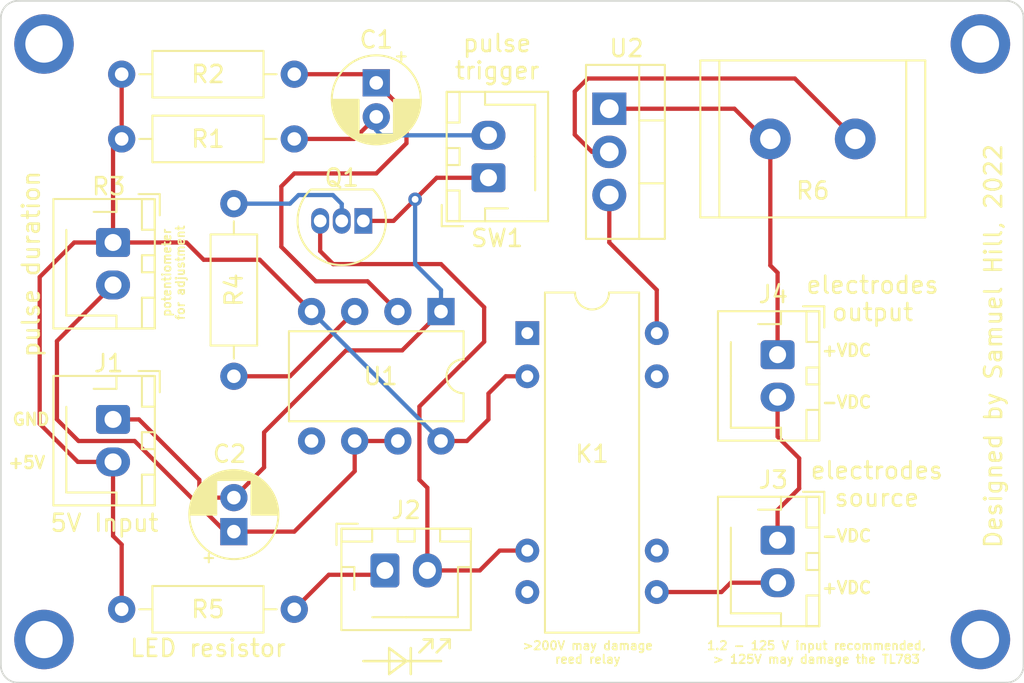
<source format=kicad_pcb>
(kicad_pcb (version 20171130) (host pcbnew "(5.1.12)-1")

  (general
    (thickness 1.6)
    (drawings 36)
    (tracks 110)
    (zones 0)
    (modules 21)
    (nets 20)
  )

  (page A4)
  (layers
    (0 F.Cu signal)
    (31 B.Cu signal)
    (32 B.Adhes user)
    (33 F.Adhes user)
    (34 B.Paste user)
    (35 F.Paste user)
    (36 B.SilkS user)
    (37 F.SilkS user)
    (38 B.Mask user)
    (39 F.Mask user)
    (40 Dwgs.User user)
    (41 Cmts.User user)
    (42 Eco1.User user)
    (43 Eco2.User user)
    (44 Edge.Cuts user)
    (45 Margin user)
    (46 B.CrtYd user)
    (47 F.CrtYd user hide)
    (48 B.Fab user)
    (49 F.Fab user hide)
  )

  (setup
    (last_trace_width 0.25)
    (trace_clearance 0.2)
    (zone_clearance 0.508)
    (zone_45_only no)
    (trace_min 0.2)
    (via_size 0.8)
    (via_drill 0.4)
    (via_min_size 0.4)
    (via_min_drill 0.3)
    (uvia_size 0.3)
    (uvia_drill 0.1)
    (uvias_allowed no)
    (uvia_min_size 0.2)
    (uvia_min_drill 0.1)
    (edge_width 0.1)
    (segment_width 0.2)
    (pcb_text_width 0.3)
    (pcb_text_size 1.5 1.5)
    (mod_edge_width 0.15)
    (mod_text_size 1 1)
    (mod_text_width 0.15)
    (pad_size 3.5 3.5)
    (pad_drill 2.2)
    (pad_to_mask_clearance 0)
    (aux_axis_origin 0 0)
    (visible_elements 7FFFFFFF)
    (pcbplotparams
      (layerselection 0x010fc_ffffffff)
      (usegerberextensions false)
      (usegerberattributes true)
      (usegerberadvancedattributes true)
      (creategerberjobfile true)
      (excludeedgelayer true)
      (linewidth 0.100000)
      (plotframeref false)
      (viasonmask false)
      (mode 1)
      (useauxorigin false)
      (hpglpennumber 1)
      (hpglpenspeed 20)
      (hpglpendiameter 15.000000)
      (psnegative false)
      (psa4output false)
      (plotreference true)
      (plotvalue true)
      (plotinvisibletext false)
      (padsonsilk false)
      (subtractmaskfromsilk false)
      (outputformat 1)
      (mirror false)
      (drillshape 1)
      (scaleselection 1)
      (outputdirectory ""))
  )

  (net 0 "")
  (net 1 "Net-(C1-Pad2)")
  (net 2 "Net-(C1-Pad1)")
  (net 3 "Net-(C2-Pad2)")
  (net 4 "Net-(C2-Pad1)")
  (net 5 "Net-(J1-Pad2)")
  (net 6 "Net-(J2-Pad2)")
  (net 7 "Net-(J2-Pad1)")
  (net 8 "Net-(J3-Pad2)")
  (net 9 "Net-(K1-Pad14)")
  (net 10 "Net-(K1-Pad7)")
  (net 11 "Net-(K1-Pad1)")
  (net 12 "Net-(K1-Pad9)")
  (net 13 "Net-(K1-Pad13)")
  (net 14 "Net-(Q1-Pad2)")
  (net 15 "Net-(R4-Pad1)")
  (net 16 "Net-(R6-Pad1)")
  (net 17 "Net-(U1-Pad5)")
  (net 18 "Net-(J4-Pad1)")
  (net 19 "Net-(J3-Pad1)")

  (net_class Default "This is the default net class."
    (clearance 0.2)
    (trace_width 0.25)
    (via_dia 0.8)
    (via_drill 0.4)
    (uvia_dia 0.3)
    (uvia_drill 0.1)
    (add_net "Net-(C1-Pad1)")
    (add_net "Net-(C1-Pad2)")
    (add_net "Net-(C2-Pad1)")
    (add_net "Net-(C2-Pad2)")
    (add_net "Net-(J1-Pad2)")
    (add_net "Net-(J2-Pad1)")
    (add_net "Net-(J2-Pad2)")
    (add_net "Net-(J3-Pad1)")
    (add_net "Net-(J3-Pad2)")
    (add_net "Net-(J4-Pad1)")
    (add_net "Net-(K1-Pad1)")
    (add_net "Net-(K1-Pad13)")
    (add_net "Net-(K1-Pad14)")
    (add_net "Net-(K1-Pad7)")
    (add_net "Net-(K1-Pad9)")
    (add_net "Net-(Q1-Pad2)")
    (add_net "Net-(R4-Pad1)")
    (add_net "Net-(R6-Pad1)")
    (add_net "Net-(U1-Pad5)")
  )

  (module Resistor_THT:R_Radial_Power_L13.0mm_W9.0mm_P5.00mm (layer F.Cu) (tedit 5AE5139B) (tstamp 61E05C07)
    (at 155.956 78.74 180)
    (descr "Resistor, Radial_Power series, Radial, pin pitch=5.00mm, 7W, length*width=13.0*9.0mm^2, http://www.vishay.com/docs/30218/cpcx.pdf")
    (tags "Resistor Radial_Power series Radial pin pitch 5.00mm 7W length 13.0mm width 9.0mm")
    (path /6166B498)
    (fp_text reference R6 (at 2.5 -3.048) (layer F.SilkS)
      (effects (font (size 1 1) (thickness 0.15)))
    )
    (fp_text value TWW10J27RE (at 2.5 5.75) (layer F.Fab)
      (effects (font (size 1 1) (thickness 0.15)))
    )
    (fp_text user %R (at 2.5 0) (layer F.Fab)
      (effects (font (size 1 1) (thickness 0.15)))
    )
    (fp_line (start -4 -4.5) (end -4 4.5) (layer F.Fab) (width 0.1))
    (fp_line (start -4 4.5) (end 9 4.5) (layer F.Fab) (width 0.1))
    (fp_line (start 9 4.5) (end 9 -4.5) (layer F.Fab) (width 0.1))
    (fp_line (start 9 -4.5) (end -4 -4.5) (layer F.Fab) (width 0.1))
    (fp_line (start -3 -4.5) (end -3 4.5) (layer F.Fab) (width 0.1))
    (fp_line (start 8 -4.5) (end 8 4.5) (layer F.Fab) (width 0.1))
    (fp_line (start -4.12 -4.62) (end 9.12 -4.62) (layer F.SilkS) (width 0.12))
    (fp_line (start -4.12 4.62) (end 9.12 4.62) (layer F.SilkS) (width 0.12))
    (fp_line (start -4.12 -4.62) (end -4.12 4.62) (layer F.SilkS) (width 0.12))
    (fp_line (start 9.12 -4.62) (end 9.12 4.62) (layer F.SilkS) (width 0.12))
    (fp_line (start -3 -4.62) (end -3 4.62) (layer F.SilkS) (width 0.12))
    (fp_line (start 8 -4.62) (end 8 4.62) (layer F.SilkS) (width 0.12))
    (fp_line (start -4.25 -4.75) (end -4.25 4.75) (layer F.CrtYd) (width 0.05))
    (fp_line (start -4.25 4.75) (end 9.25 4.75) (layer F.CrtYd) (width 0.05))
    (fp_line (start 9.25 4.75) (end 9.25 -4.75) (layer F.CrtYd) (width 0.05))
    (fp_line (start 9.25 -4.75) (end -4.25 -4.75) (layer F.CrtYd) (width 0.05))
    (pad 2 thru_hole circle (at 5 0 180) (size 2.4 2.4) (drill 1.2) (layers *.Cu *.Mask)
      (net 18 "Net-(J4-Pad1)"))
    (pad 1 thru_hole circle (at 0 0 180) (size 2.4 2.4) (drill 1.2) (layers *.Cu *.Mask)
      (net 16 "Net-(R6-Pad1)"))
    (model ${KISYS3DMOD}/Resistor_THT.3dshapes/R_Radial_Power_L13.0mm_W9.0mm_P5.00mm.wrl
      (at (xyz 0 0 0))
      (scale (xyz 1 1 1))
      (rotate (xyz 0 0 0))
    )
  )

  (module Package_TO_SOT_THT:TO-220-3_Vertical (layer F.Cu) (tedit 5AC8BA0D) (tstamp 61E05C67)
    (at 141.478 76.962 270)
    (descr "TO-220-3, Vertical, RM 2.54mm, see https://www.vishay.com/docs/66542/to-220-1.pdf")
    (tags "TO-220-3 Vertical RM 2.54mm")
    (path /616720D6)
    (fp_text reference U2 (at -3.556 -1.016 180) (layer F.SilkS)
      (effects (font (size 1 1) (thickness 0.15)))
    )
    (fp_text value LM317 (at 2.54 2.5 90) (layer F.Fab)
      (effects (font (size 1 1) (thickness 0.15)))
    )
    (fp_line (start -2.46 -3.15) (end -2.46 1.25) (layer F.Fab) (width 0.1))
    (fp_line (start -2.46 1.25) (end 7.54 1.25) (layer F.Fab) (width 0.1))
    (fp_line (start 7.54 1.25) (end 7.54 -3.15) (layer F.Fab) (width 0.1))
    (fp_line (start 7.54 -3.15) (end -2.46 -3.15) (layer F.Fab) (width 0.1))
    (fp_line (start -2.46 -1.88) (end 7.54 -1.88) (layer F.Fab) (width 0.1))
    (fp_line (start 0.69 -3.15) (end 0.69 -1.88) (layer F.Fab) (width 0.1))
    (fp_line (start 4.39 -3.15) (end 4.39 -1.88) (layer F.Fab) (width 0.1))
    (fp_line (start -2.58 -3.27) (end 7.66 -3.27) (layer F.SilkS) (width 0.12))
    (fp_line (start -2.58 1.371) (end 7.66 1.371) (layer F.SilkS) (width 0.12))
    (fp_line (start -2.58 -3.27) (end -2.58 1.371) (layer F.SilkS) (width 0.12))
    (fp_line (start 7.66 -3.27) (end 7.66 1.371) (layer F.SilkS) (width 0.12))
    (fp_line (start -2.58 -1.76) (end 7.66 -1.76) (layer F.SilkS) (width 0.12))
    (fp_line (start 0.69 -3.27) (end 0.69 -1.76) (layer F.SilkS) (width 0.12))
    (fp_line (start 4.391 -3.27) (end 4.391 -1.76) (layer F.SilkS) (width 0.12))
    (fp_line (start -2.71 -3.4) (end -2.71 1.51) (layer F.CrtYd) (width 0.05))
    (fp_line (start -2.71 1.51) (end 7.79 1.51) (layer F.CrtYd) (width 0.05))
    (fp_line (start 7.79 1.51) (end 7.79 -3.4) (layer F.CrtYd) (width 0.05))
    (fp_line (start 7.79 -3.4) (end -2.71 -3.4) (layer F.CrtYd) (width 0.05))
    (fp_text user %R (at 2.54 -4.27 90) (layer F.Fab)
      (effects (font (size 1 1) (thickness 0.15)))
    )
    (pad 3 thru_hole oval (at 5.08 0 270) (size 1.905 2) (drill 1.1) (layers *.Cu *.Mask)
      (net 9 "Net-(K1-Pad14)"))
    (pad 2 thru_hole oval (at 2.54 0 270) (size 1.905 2) (drill 1.1) (layers *.Cu *.Mask)
      (net 16 "Net-(R6-Pad1)"))
    (pad 1 thru_hole rect (at 0 0 270) (size 1.905 2) (drill 1.1) (layers *.Cu *.Mask)
      (net 18 "Net-(J4-Pad1)"))
    (model ${KISYS3DMOD}/Package_TO_SOT_THT.3dshapes/TO-220-3_Vertical.wrl
      (at (xyz 0 0 0))
      (scale (xyz 1 1 1))
      (rotate (xyz 0 0 0))
    )
  )

  (module Connector_JST:JST_XH_B2B-XH-AM_1x02_P2.50mm_Vertical (layer F.Cu) (tedit 5C28146E) (tstamp 61E05B53)
    (at 128.27 104.14)
    (descr "JST XH series connector, B2B-XH-AM, with boss (http://www.jst-mfg.com/product/pdf/eng/eXH.pdf), generated with kicad-footprint-generator")
    (tags "connector JST XH vertical boss")
    (path /61EBE6D5)
    (fp_text reference J2 (at 1.25 -3.55) (layer F.SilkS)
      (effects (font (size 1 1) (thickness 0.15)))
    )
    (fp_text value "LED OUT" (at 1.25 4.6) (layer F.Fab)
      (effects (font (size 1 1) (thickness 0.15)))
    )
    (fp_line (start -2.45 -2.35) (end -2.45 3.4) (layer F.Fab) (width 0.1))
    (fp_line (start -2.45 3.4) (end 4.95 3.4) (layer F.Fab) (width 0.1))
    (fp_line (start 4.95 3.4) (end 4.95 -2.35) (layer F.Fab) (width 0.1))
    (fp_line (start 4.95 -2.35) (end -2.45 -2.35) (layer F.Fab) (width 0.1))
    (fp_line (start -2.56 -2.46) (end -2.56 3.51) (layer F.SilkS) (width 0.12))
    (fp_line (start -2.56 3.51) (end 5.06 3.51) (layer F.SilkS) (width 0.12))
    (fp_line (start 5.06 3.51) (end 5.06 -2.46) (layer F.SilkS) (width 0.12))
    (fp_line (start 5.06 -2.46) (end -2.56 -2.46) (layer F.SilkS) (width 0.12))
    (fp_line (start -2.95 -2.85) (end -2.95 3.9) (layer F.CrtYd) (width 0.05))
    (fp_line (start -2.95 3.9) (end 5.45 3.9) (layer F.CrtYd) (width 0.05))
    (fp_line (start 5.45 3.9) (end 5.45 -2.85) (layer F.CrtYd) (width 0.05))
    (fp_line (start 5.45 -2.85) (end -2.95 -2.85) (layer F.CrtYd) (width 0.05))
    (fp_line (start -0.625 -2.35) (end 0 -1.35) (layer F.Fab) (width 0.1))
    (fp_line (start 0 -1.35) (end 0.625 -2.35) (layer F.Fab) (width 0.1))
    (fp_line (start 0.75 -2.45) (end 0.75 -1.7) (layer F.SilkS) (width 0.12))
    (fp_line (start 0.75 -1.7) (end 1.75 -1.7) (layer F.SilkS) (width 0.12))
    (fp_line (start 1.75 -1.7) (end 1.75 -2.45) (layer F.SilkS) (width 0.12))
    (fp_line (start 1.75 -2.45) (end 0.75 -2.45) (layer F.SilkS) (width 0.12))
    (fp_line (start -2.55 -2.45) (end -2.55 -1.7) (layer F.SilkS) (width 0.12))
    (fp_line (start -2.55 -1.7) (end -0.75 -1.7) (layer F.SilkS) (width 0.12))
    (fp_line (start -0.75 -1.7) (end -0.75 -2.45) (layer F.SilkS) (width 0.12))
    (fp_line (start -0.75 -2.45) (end -2.55 -2.45) (layer F.SilkS) (width 0.12))
    (fp_line (start 3.25 -2.45) (end 3.25 -1.7) (layer F.SilkS) (width 0.12))
    (fp_line (start 3.25 -1.7) (end 5.05 -1.7) (layer F.SilkS) (width 0.12))
    (fp_line (start 5.05 -1.7) (end 5.05 -2.45) (layer F.SilkS) (width 0.12))
    (fp_line (start 5.05 -2.45) (end 3.25 -2.45) (layer F.SilkS) (width 0.12))
    (fp_line (start -2.55 -0.2) (end -1.8 -0.2) (layer F.SilkS) (width 0.12))
    (fp_line (start -1.8 -0.2) (end -1.8 1.14) (layer F.SilkS) (width 0.12))
    (fp_line (start 1.25 2.75) (end -0.74 2.75) (layer F.SilkS) (width 0.12))
    (fp_line (start 5.05 -0.2) (end 4.3 -0.2) (layer F.SilkS) (width 0.12))
    (fp_line (start 4.3 -0.2) (end 4.3 2.75) (layer F.SilkS) (width 0.12))
    (fp_line (start 4.3 2.75) (end 1.25 2.75) (layer F.SilkS) (width 0.12))
    (fp_line (start -1.6 -2.75) (end -2.85 -2.75) (layer F.SilkS) (width 0.12))
    (fp_line (start -2.85 -2.75) (end -2.85 -1.5) (layer F.SilkS) (width 0.12))
    (fp_text user %R (at 1.25 2.7) (layer F.Fab)
      (effects (font (size 1 1) (thickness 0.15)))
    )
    (pad "" np_thru_hole circle (at -1.6 2) (size 1.2 1.2) (drill 1.2) (layers *.Cu *.Mask))
    (pad 2 thru_hole oval (at 2.5 0) (size 1.7 2) (drill 1) (layers *.Cu *.Mask)
      (net 6 "Net-(J2-Pad2)"))
    (pad 1 thru_hole roundrect (at 0 0) (size 1.7 2) (drill 1) (layers *.Cu *.Mask) (roundrect_rratio 0.147059)
      (net 7 "Net-(J2-Pad1)"))
    (model ${KISYS3DMOD}/Connector_JST.3dshapes/JST_XH_B2B-XH-AM_1x02_P2.50mm_Vertical.wrl
      (at (xyz 0 0 0))
      (scale (xyz 1 1 1))
      (rotate (xyz 0 0 0))
    )
  )

  (module Connector_JST:JST_XH_B2B-XH-AM_1x02_P2.50mm_Vertical (layer F.Cu) (tedit 5C28146E) (tstamp 61E05B29)
    (at 151.384 102.362 270)
    (descr "JST XH series connector, B2B-XH-AM, with boss (http://www.jst-mfg.com/product/pdf/eng/eXH.pdf), generated with kicad-footprint-generator")
    (tags "connector JST XH vertical boss")
    (path /616F4CF0)
    (fp_text reference J3 (at -3.556 0.254 180) (layer F.SilkS)
      (effects (font (size 1 1) (thickness 0.15)))
    )
    (fp_text value "0-45V Input" (at 1.25 4.6 90) (layer F.Fab)
      (effects (font (size 1 1) (thickness 0.15)))
    )
    (fp_line (start -2.85 -2.75) (end -2.85 -1.5) (layer F.SilkS) (width 0.12))
    (fp_line (start -1.6 -2.75) (end -2.85 -2.75) (layer F.SilkS) (width 0.12))
    (fp_line (start 4.3 2.75) (end 1.25 2.75) (layer F.SilkS) (width 0.12))
    (fp_line (start 4.3 -0.2) (end 4.3 2.75) (layer F.SilkS) (width 0.12))
    (fp_line (start 5.05 -0.2) (end 4.3 -0.2) (layer F.SilkS) (width 0.12))
    (fp_line (start 1.25 2.75) (end -0.74 2.75) (layer F.SilkS) (width 0.12))
    (fp_line (start -1.8 -0.2) (end -1.8 1.14) (layer F.SilkS) (width 0.12))
    (fp_line (start -2.55 -0.2) (end -1.8 -0.2) (layer F.SilkS) (width 0.12))
    (fp_line (start 5.05 -2.45) (end 3.25 -2.45) (layer F.SilkS) (width 0.12))
    (fp_line (start 5.05 -1.7) (end 5.05 -2.45) (layer F.SilkS) (width 0.12))
    (fp_line (start 3.25 -1.7) (end 5.05 -1.7) (layer F.SilkS) (width 0.12))
    (fp_line (start 3.25 -2.45) (end 3.25 -1.7) (layer F.SilkS) (width 0.12))
    (fp_line (start -0.75 -2.45) (end -2.55 -2.45) (layer F.SilkS) (width 0.12))
    (fp_line (start -0.75 -1.7) (end -0.75 -2.45) (layer F.SilkS) (width 0.12))
    (fp_line (start -2.55 -1.7) (end -0.75 -1.7) (layer F.SilkS) (width 0.12))
    (fp_line (start -2.55 -2.45) (end -2.55 -1.7) (layer F.SilkS) (width 0.12))
    (fp_line (start 1.75 -2.45) (end 0.75 -2.45) (layer F.SilkS) (width 0.12))
    (fp_line (start 1.75 -1.7) (end 1.75 -2.45) (layer F.SilkS) (width 0.12))
    (fp_line (start 0.75 -1.7) (end 1.75 -1.7) (layer F.SilkS) (width 0.12))
    (fp_line (start 0.75 -2.45) (end 0.75 -1.7) (layer F.SilkS) (width 0.12))
    (fp_line (start 0 -1.35) (end 0.625 -2.35) (layer F.Fab) (width 0.1))
    (fp_line (start -0.625 -2.35) (end 0 -1.35) (layer F.Fab) (width 0.1))
    (fp_line (start 5.45 -2.85) (end -2.95 -2.85) (layer F.CrtYd) (width 0.05))
    (fp_line (start 5.45 3.9) (end 5.45 -2.85) (layer F.CrtYd) (width 0.05))
    (fp_line (start -2.95 3.9) (end 5.45 3.9) (layer F.CrtYd) (width 0.05))
    (fp_line (start -2.95 -2.85) (end -2.95 3.9) (layer F.CrtYd) (width 0.05))
    (fp_line (start 5.06 -2.46) (end -2.56 -2.46) (layer F.SilkS) (width 0.12))
    (fp_line (start 5.06 3.51) (end 5.06 -2.46) (layer F.SilkS) (width 0.12))
    (fp_line (start -2.56 3.51) (end 5.06 3.51) (layer F.SilkS) (width 0.12))
    (fp_line (start -2.56 -2.46) (end -2.56 3.51) (layer F.SilkS) (width 0.12))
    (fp_line (start 4.95 -2.35) (end -2.45 -2.35) (layer F.Fab) (width 0.1))
    (fp_line (start 4.95 3.4) (end 4.95 -2.35) (layer F.Fab) (width 0.1))
    (fp_line (start -2.45 3.4) (end 4.95 3.4) (layer F.Fab) (width 0.1))
    (fp_line (start -2.45 -2.35) (end -2.45 3.4) (layer F.Fab) (width 0.1))
    (fp_text user %R (at 1.25 2.7 90) (layer F.Fab)
      (effects (font (size 1 1) (thickness 0.15)))
    )
    (pad "" np_thru_hole circle (at -1.6 2 270) (size 1.2 1.2) (drill 1.2) (layers *.Cu *.Mask))
    (pad 2 thru_hole oval (at 2.5 0 270) (size 1.7 2) (drill 1) (layers *.Cu *.Mask)
      (net 8 "Net-(J3-Pad2)"))
    (pad 1 thru_hole roundrect (at 0 0 270) (size 1.7 2) (drill 1) (layers *.Cu *.Mask) (roundrect_rratio 0.147059)
      (net 19 "Net-(J3-Pad1)"))
    (model ${KISYS3DMOD}/Connector_JST.3dshapes/JST_XH_B2B-XH-AM_1x02_P2.50mm_Vertical.wrl
      (at (xyz 0 0 0))
      (scale (xyz 1 1 1))
      (rotate (xyz 0 0 0))
    )
  )

  (module Connector_JST:JST_XH_B2B-XH-AM_1x02_P2.50mm_Vertical (layer F.Cu) (tedit 5C28146E) (tstamp 61E05B14)
    (at 151.384 91.44 270)
    (descr "JST XH series connector, B2B-XH-AM, with boss (http://www.jst-mfg.com/product/pdf/eng/eXH.pdf), generated with kicad-footprint-generator")
    (tags "connector JST XH vertical boss")
    (path /616FD31E)
    (fp_text reference J4 (at -3.556 0.254 180) (layer F.SilkS)
      (effects (font (size 1 1) (thickness 0.15)))
    )
    (fp_text value "Electrodes Out" (at 1.25 4.6 90) (layer F.Fab)
      (effects (font (size 1 1) (thickness 0.15)))
    )
    (fp_line (start -2.85 -2.75) (end -2.85 -1.5) (layer F.SilkS) (width 0.12))
    (fp_line (start -1.6 -2.75) (end -2.85 -2.75) (layer F.SilkS) (width 0.12))
    (fp_line (start 4.3 2.75) (end 1.25 2.75) (layer F.SilkS) (width 0.12))
    (fp_line (start 4.3 -0.2) (end 4.3 2.75) (layer F.SilkS) (width 0.12))
    (fp_line (start 5.05 -0.2) (end 4.3 -0.2) (layer F.SilkS) (width 0.12))
    (fp_line (start 1.25 2.75) (end -0.74 2.75) (layer F.SilkS) (width 0.12))
    (fp_line (start -1.8 -0.2) (end -1.8 1.14) (layer F.SilkS) (width 0.12))
    (fp_line (start -2.55 -0.2) (end -1.8 -0.2) (layer F.SilkS) (width 0.12))
    (fp_line (start 5.05 -2.45) (end 3.25 -2.45) (layer F.SilkS) (width 0.12))
    (fp_line (start 5.05 -1.7) (end 5.05 -2.45) (layer F.SilkS) (width 0.12))
    (fp_line (start 3.25 -1.7) (end 5.05 -1.7) (layer F.SilkS) (width 0.12))
    (fp_line (start 3.25 -2.45) (end 3.25 -1.7) (layer F.SilkS) (width 0.12))
    (fp_line (start -0.75 -2.45) (end -2.55 -2.45) (layer F.SilkS) (width 0.12))
    (fp_line (start -0.75 -1.7) (end -0.75 -2.45) (layer F.SilkS) (width 0.12))
    (fp_line (start -2.55 -1.7) (end -0.75 -1.7) (layer F.SilkS) (width 0.12))
    (fp_line (start -2.55 -2.45) (end -2.55 -1.7) (layer F.SilkS) (width 0.12))
    (fp_line (start 1.75 -2.45) (end 0.75 -2.45) (layer F.SilkS) (width 0.12))
    (fp_line (start 1.75 -1.7) (end 1.75 -2.45) (layer F.SilkS) (width 0.12))
    (fp_line (start 0.75 -1.7) (end 1.75 -1.7) (layer F.SilkS) (width 0.12))
    (fp_line (start 0.75 -2.45) (end 0.75 -1.7) (layer F.SilkS) (width 0.12))
    (fp_line (start 0 -1.35) (end 0.625 -2.35) (layer F.Fab) (width 0.1))
    (fp_line (start -0.625 -2.35) (end 0 -1.35) (layer F.Fab) (width 0.1))
    (fp_line (start 5.45 -2.85) (end -2.95 -2.85) (layer F.CrtYd) (width 0.05))
    (fp_line (start 5.45 3.9) (end 5.45 -2.85) (layer F.CrtYd) (width 0.05))
    (fp_line (start -2.95 3.9) (end 5.45 3.9) (layer F.CrtYd) (width 0.05))
    (fp_line (start -2.95 -2.85) (end -2.95 3.9) (layer F.CrtYd) (width 0.05))
    (fp_line (start 5.06 -2.46) (end -2.56 -2.46) (layer F.SilkS) (width 0.12))
    (fp_line (start 5.06 3.51) (end 5.06 -2.46) (layer F.SilkS) (width 0.12))
    (fp_line (start -2.56 3.51) (end 5.06 3.51) (layer F.SilkS) (width 0.12))
    (fp_line (start -2.56 -2.46) (end -2.56 3.51) (layer F.SilkS) (width 0.12))
    (fp_line (start 4.95 -2.35) (end -2.45 -2.35) (layer F.Fab) (width 0.1))
    (fp_line (start 4.95 3.4) (end 4.95 -2.35) (layer F.Fab) (width 0.1))
    (fp_line (start -2.45 3.4) (end 4.95 3.4) (layer F.Fab) (width 0.1))
    (fp_line (start -2.45 -2.35) (end -2.45 3.4) (layer F.Fab) (width 0.1))
    (fp_text user %R (at 1.25 2.7 90) (layer F.Fab)
      (effects (font (size 1 1) (thickness 0.15)))
    )
    (pad "" np_thru_hole circle (at -1.6 2 270) (size 1.2 1.2) (drill 1.2) (layers *.Cu *.Mask))
    (pad 2 thru_hole oval (at 2.5 0 270) (size 1.7 2) (drill 1) (layers *.Cu *.Mask)
      (net 19 "Net-(J3-Pad1)"))
    (pad 1 thru_hole roundrect (at 0 0 270) (size 1.7 2) (drill 1) (layers *.Cu *.Mask) (roundrect_rratio 0.147059)
      (net 18 "Net-(J4-Pad1)"))
    (model ${KISYS3DMOD}/Connector_JST.3dshapes/JST_XH_B2B-XH-AM_1x02_P2.50mm_Vertical.wrl
      (at (xyz 0 0 0))
      (scale (xyz 1 1 1))
      (rotate (xyz 0 0 0))
    )
  )

  (module Connector_JST:JST_XH_B2B-XH-AM_1x02_P2.50mm_Vertical (layer F.Cu) (tedit 5C28146E) (tstamp 61E05AFF)
    (at 112.268 95.25 270)
    (descr "JST XH series connector, B2B-XH-AM, with boss (http://www.jst-mfg.com/product/pdf/eng/eXH.pdf), generated with kicad-footprint-generator")
    (tags "connector JST XH vertical boss")
    (path /617435B8)
    (fp_text reference J1 (at -3.302 0.254 180) (layer F.SilkS)
      (effects (font (size 1 1) (thickness 0.15)))
    )
    (fp_text value "5V Input" (at 1.25 4.6 90) (layer F.Fab)
      (effects (font (size 1 1) (thickness 0.15)))
    )
    (fp_line (start -2.85 -2.75) (end -2.85 -1.5) (layer F.SilkS) (width 0.12))
    (fp_line (start -1.6 -2.75) (end -2.85 -2.75) (layer F.SilkS) (width 0.12))
    (fp_line (start 4.3 2.75) (end 1.25 2.75) (layer F.SilkS) (width 0.12))
    (fp_line (start 4.3 -0.2) (end 4.3 2.75) (layer F.SilkS) (width 0.12))
    (fp_line (start 5.05 -0.2) (end 4.3 -0.2) (layer F.SilkS) (width 0.12))
    (fp_line (start 1.25 2.75) (end -0.74 2.75) (layer F.SilkS) (width 0.12))
    (fp_line (start -1.8 -0.2) (end -1.8 1.14) (layer F.SilkS) (width 0.12))
    (fp_line (start -2.55 -0.2) (end -1.8 -0.2) (layer F.SilkS) (width 0.12))
    (fp_line (start 5.05 -2.45) (end 3.25 -2.45) (layer F.SilkS) (width 0.12))
    (fp_line (start 5.05 -1.7) (end 5.05 -2.45) (layer F.SilkS) (width 0.12))
    (fp_line (start 3.25 -1.7) (end 5.05 -1.7) (layer F.SilkS) (width 0.12))
    (fp_line (start 3.25 -2.45) (end 3.25 -1.7) (layer F.SilkS) (width 0.12))
    (fp_line (start -0.75 -2.45) (end -2.55 -2.45) (layer F.SilkS) (width 0.12))
    (fp_line (start -0.75 -1.7) (end -0.75 -2.45) (layer F.SilkS) (width 0.12))
    (fp_line (start -2.55 -1.7) (end -0.75 -1.7) (layer F.SilkS) (width 0.12))
    (fp_line (start -2.55 -2.45) (end -2.55 -1.7) (layer F.SilkS) (width 0.12))
    (fp_line (start 1.75 -2.45) (end 0.75 -2.45) (layer F.SilkS) (width 0.12))
    (fp_line (start 1.75 -1.7) (end 1.75 -2.45) (layer F.SilkS) (width 0.12))
    (fp_line (start 0.75 -1.7) (end 1.75 -1.7) (layer F.SilkS) (width 0.12))
    (fp_line (start 0.75 -2.45) (end 0.75 -1.7) (layer F.SilkS) (width 0.12))
    (fp_line (start 0 -1.35) (end 0.625 -2.35) (layer F.Fab) (width 0.1))
    (fp_line (start -0.625 -2.35) (end 0 -1.35) (layer F.Fab) (width 0.1))
    (fp_line (start 5.45 -2.85) (end -2.95 -2.85) (layer F.CrtYd) (width 0.05))
    (fp_line (start 5.45 3.9) (end 5.45 -2.85) (layer F.CrtYd) (width 0.05))
    (fp_line (start -2.95 3.9) (end 5.45 3.9) (layer F.CrtYd) (width 0.05))
    (fp_line (start -2.95 -2.85) (end -2.95 3.9) (layer F.CrtYd) (width 0.05))
    (fp_line (start 5.06 -2.46) (end -2.56 -2.46) (layer F.SilkS) (width 0.12))
    (fp_line (start 5.06 3.51) (end 5.06 -2.46) (layer F.SilkS) (width 0.12))
    (fp_line (start -2.56 3.51) (end 5.06 3.51) (layer F.SilkS) (width 0.12))
    (fp_line (start -2.56 -2.46) (end -2.56 3.51) (layer F.SilkS) (width 0.12))
    (fp_line (start 4.95 -2.35) (end -2.45 -2.35) (layer F.Fab) (width 0.1))
    (fp_line (start 4.95 3.4) (end 4.95 -2.35) (layer F.Fab) (width 0.1))
    (fp_line (start -2.45 3.4) (end 4.95 3.4) (layer F.Fab) (width 0.1))
    (fp_line (start -2.45 -2.35) (end -2.45 3.4) (layer F.Fab) (width 0.1))
    (fp_text user %R (at 1.25 2.7 90) (layer F.Fab)
      (effects (font (size 1 1) (thickness 0.15)))
    )
    (pad "" np_thru_hole circle (at -1.6 2 270) (size 1.2 1.2) (drill 1.2) (layers *.Cu *.Mask))
    (pad 2 thru_hole oval (at 2.5 0 270) (size 1.7 2) (drill 1) (layers *.Cu *.Mask)
      (net 5 "Net-(J1-Pad2)"))
    (pad 1 thru_hole roundrect (at 0 0 270) (size 1.7 2) (drill 1) (layers *.Cu *.Mask) (roundrect_rratio 0.147059)
      (net 3 "Net-(C2-Pad2)"))
    (model ${KISYS3DMOD}/Connector_JST.3dshapes/JST_XH_B2B-XH-AM_1x02_P2.50mm_Vertical.wrl
      (at (xyz 0 0 0))
      (scale (xyz 1 1 1))
      (rotate (xyz 0 0 0))
    )
  )

  (module Resistor_THT:R_Axial_DIN0207_L6.3mm_D2.5mm_P10.16mm_Horizontal (layer F.Cu) (tedit 5AE5139B) (tstamp 61E37355)
    (at 112.776 106.426)
    (descr "Resistor, Axial_DIN0207 series, Axial, Horizontal, pin pitch=10.16mm, 0.25W = 1/4W, length*diameter=6.3*2.5mm^2, http://cdn-reichelt.de/documents/datenblatt/B400/1_4W%23YAG.pdf")
    (tags "Resistor Axial_DIN0207 series Axial Horizontal pin pitch 10.16mm 0.25W = 1/4W length 6.3mm diameter 2.5mm")
    (path /61E36B4F)
    (fp_text reference R5 (at 5.08 0) (layer F.SilkS)
      (effects (font (size 1 1) (thickness 0.15)))
    )
    (fp_text value LED (at 5.08 2.37) (layer F.Fab)
      (effects (font (size 1 1) (thickness 0.15)))
    )
    (fp_line (start 1.93 -1.25) (end 1.93 1.25) (layer F.Fab) (width 0.1))
    (fp_line (start 1.93 1.25) (end 8.23 1.25) (layer F.Fab) (width 0.1))
    (fp_line (start 8.23 1.25) (end 8.23 -1.25) (layer F.Fab) (width 0.1))
    (fp_line (start 8.23 -1.25) (end 1.93 -1.25) (layer F.Fab) (width 0.1))
    (fp_line (start 0 0) (end 1.93 0) (layer F.Fab) (width 0.1))
    (fp_line (start 10.16 0) (end 8.23 0) (layer F.Fab) (width 0.1))
    (fp_line (start 1.81 -1.37) (end 1.81 1.37) (layer F.SilkS) (width 0.12))
    (fp_line (start 1.81 1.37) (end 8.35 1.37) (layer F.SilkS) (width 0.12))
    (fp_line (start 8.35 1.37) (end 8.35 -1.37) (layer F.SilkS) (width 0.12))
    (fp_line (start 8.35 -1.37) (end 1.81 -1.37) (layer F.SilkS) (width 0.12))
    (fp_line (start 1.04 0) (end 1.81 0) (layer F.SilkS) (width 0.12))
    (fp_line (start 9.12 0) (end 8.35 0) (layer F.SilkS) (width 0.12))
    (fp_line (start -1.05 -1.5) (end -1.05 1.5) (layer F.CrtYd) (width 0.05))
    (fp_line (start -1.05 1.5) (end 11.21 1.5) (layer F.CrtYd) (width 0.05))
    (fp_line (start 11.21 1.5) (end 11.21 -1.5) (layer F.CrtYd) (width 0.05))
    (fp_line (start 11.21 -1.5) (end -1.05 -1.5) (layer F.CrtYd) (width 0.05))
    (fp_text user %R (at 5.08 0) (layer F.Fab)
      (effects (font (size 1 1) (thickness 0.15)))
    )
    (pad 2 thru_hole oval (at 10.16 0) (size 1.6 1.6) (drill 0.8) (layers *.Cu *.Mask)
      (net 7 "Net-(J2-Pad1)"))
    (pad 1 thru_hole circle (at 0 0) (size 1.6 1.6) (drill 0.8) (layers *.Cu *.Mask)
      (net 5 "Net-(J1-Pad2)"))
    (model ${KISYS3DMOD}/Resistor_THT.3dshapes/R_Axial_DIN0207_L6.3mm_D2.5mm_P10.16mm_Horizontal.wrl
      (at (xyz 0 0 0))
      (scale (xyz 1 1 1))
      (rotate (xyz 0 0 0))
    )
  )

  (module MountingHole:MountingHole_2.2mm_M2_ISO7380_Pad (layer F.Cu) (tedit 56D1B4CB) (tstamp 61E0CF28)
    (at 163.322 108.204)
    (descr "Mounting Hole 2.2mm, M2, ISO7380")
    (tags "mounting hole 2.2mm m2 iso7380")
    (attr virtual)
    (fp_text reference REF** (at 0 -2.75) (layer F.SilkS) hide
      (effects (font (size 1 1) (thickness 0.15)))
    )
    (fp_text value MountingHole_2.2mm_M2_ISO7380_Pad (at 0 2.75) (layer F.Fab) hide
      (effects (font (size 1 1) (thickness 0.15)))
    )
    (fp_circle (center 0 0) (end 1.75 0) (layer Cmts.User) (width 0.15))
    (fp_circle (center 0 0) (end 2 0) (layer F.CrtYd) (width 0.05))
    (pad 1 thru_hole circle (at 0 0) (size 3.5 3.5) (drill 2.2) (layers *.Cu *.Mask))
  )

  (module MountingHole:MountingHole_2.2mm_M2_ISO7380_Pad (layer F.Cu) (tedit 56D1B4CB) (tstamp 61E0CF04)
    (at 108.204 108.204)
    (descr "Mounting Hole 2.2mm, M2, ISO7380")
    (tags "mounting hole 2.2mm m2 iso7380")
    (attr virtual)
    (fp_text reference REF** (at 0 -2.75 unlocked) (layer F.SilkS) hide
      (effects (font (size 1 1) (thickness 0.15)))
    )
    (fp_text value MountingHole_2.2mm_M2_ISO7380_Pad (at 0 2.75) (layer F.Fab) hide
      (effects (font (size 1 1) (thickness 0.15)))
    )
    (fp_circle (center 0 0) (end 1.75 0) (layer Cmts.User) (width 0.15))
    (fp_circle (center 0 0) (end 2 0) (layer F.CrtYd) (width 0.05))
    (pad 1 thru_hole circle (at 0 0) (size 3.5 3.5) (drill 2.2) (layers *.Cu *.Mask))
  )

  (module MountingHole:MountingHole_2.2mm_M2_ISO7380_Pad (layer F.Cu) (tedit 56D1B4CB) (tstamp 61E0CED0)
    (at 163.322 73.152)
    (descr "Mounting Hole 2.2mm, M2, ISO7380")
    (tags "mounting hole 2.2mm m2 iso7380")
    (attr virtual)
    (fp_text reference REF** (at 0 -2.75) (layer F.SilkS) hide
      (effects (font (size 1 1) (thickness 0.15)))
    )
    (fp_text value MountingHole_2.2mm_M2_ISO7380_Pad (at 0 2.75) (layer F.Fab) hide
      (effects (font (size 1 1) (thickness 0.15)))
    )
    (fp_circle (center 0 0) (end 1.75 0) (layer Cmts.User) (width 0.15))
    (fp_circle (center 0 0) (end 2 0) (layer F.CrtYd) (width 0.05))
    (pad 1 thru_hole circle (at 0 0) (size 3.5 3.5) (drill 2.2) (layers *.Cu *.Mask))
  )

  (module MountingHole:MountingHole_2.2mm_M2_ISO7380_Pad (layer F.Cu) (tedit 56D1B4CB) (tstamp 61E0CE90)
    (at 108.204 73.152)
    (descr "Mounting Hole 2.2mm, M2, ISO7380")
    (tags "mounting hole 2.2mm m2 iso7380")
    (attr virtual)
    (fp_text reference REF** (at 0 -2.75) (layer F.SilkS) hide
      (effects (font (size 1 1) (thickness 0.15)))
    )
    (fp_text value MountingHole_2.2mm_M2_ISO7380_Pad (at 0 2.75) (layer F.Fab) hide
      (effects (font (size 1 1) (thickness 0.15)))
    )
    (fp_circle (center 0 0) (end 1.75 0) (layer Cmts.User) (width 0.15))
    (fp_circle (center 0 0) (end 2 0) (layer F.CrtYd) (width 0.05))
    (pad 1 thru_hole circle (at 0 0) (size 3.5 3.5) (drill 2.2) (layers *.Cu *.Mask))
  )

  (module Package_DIP:DIP-8_W7.62mm (layer F.Cu) (tedit 5A02E8C5) (tstamp 61E05C4D)
    (at 131.572 88.9 270)
    (descr "8-lead though-hole mounted DIP package, row spacing 7.62 mm (300 mils)")
    (tags "THT DIP DIL PDIP 2.54mm 7.62mm 300mil")
    (path /61686519)
    (fp_text reference U1 (at 3.81 3.556 180) (layer F.SilkS)
      (effects (font (size 1 1) (thickness 0.15)))
    )
    (fp_text value NE555P (at 3.81 9.95 90) (layer F.Fab)
      (effects (font (size 1 1) (thickness 0.15)))
    )
    (fp_line (start 1.635 -1.27) (end 6.985 -1.27) (layer F.Fab) (width 0.1))
    (fp_line (start 6.985 -1.27) (end 6.985 8.89) (layer F.Fab) (width 0.1))
    (fp_line (start 6.985 8.89) (end 0.635 8.89) (layer F.Fab) (width 0.1))
    (fp_line (start 0.635 8.89) (end 0.635 -0.27) (layer F.Fab) (width 0.1))
    (fp_line (start 0.635 -0.27) (end 1.635 -1.27) (layer F.Fab) (width 0.1))
    (fp_line (start 2.81 -1.33) (end 1.16 -1.33) (layer F.SilkS) (width 0.12))
    (fp_line (start 1.16 -1.33) (end 1.16 8.95) (layer F.SilkS) (width 0.12))
    (fp_line (start 1.16 8.95) (end 6.46 8.95) (layer F.SilkS) (width 0.12))
    (fp_line (start 6.46 8.95) (end 6.46 -1.33) (layer F.SilkS) (width 0.12))
    (fp_line (start 6.46 -1.33) (end 4.81 -1.33) (layer F.SilkS) (width 0.12))
    (fp_line (start -1.1 -1.55) (end -1.1 9.15) (layer F.CrtYd) (width 0.05))
    (fp_line (start -1.1 9.15) (end 8.7 9.15) (layer F.CrtYd) (width 0.05))
    (fp_line (start 8.7 9.15) (end 8.7 -1.55) (layer F.CrtYd) (width 0.05))
    (fp_line (start 8.7 -1.55) (end -1.1 -1.55) (layer F.CrtYd) (width 0.05))
    (fp_text user %R (at 3.81 3.81 90) (layer F.Fab)
      (effects (font (size 1 1) (thickness 0.15)))
    )
    (fp_arc (start 3.81 -1.33) (end 2.81 -1.33) (angle -180) (layer F.SilkS) (width 0.12))
    (pad 8 thru_hole oval (at 7.62 0 270) (size 1.6 1.6) (drill 0.8) (layers *.Cu *.Mask)
      (net 5 "Net-(J1-Pad2)"))
    (pad 4 thru_hole oval (at 0 7.62 270) (size 1.6 1.6) (drill 0.8) (layers *.Cu *.Mask)
      (net 5 "Net-(J1-Pad2)"))
    (pad 7 thru_hole oval (at 7.62 2.54 270) (size 1.6 1.6) (drill 0.8) (layers *.Cu *.Mask)
      (net 4 "Net-(C2-Pad1)"))
    (pad 3 thru_hole oval (at 0 5.08 270) (size 1.6 1.6) (drill 0.8) (layers *.Cu *.Mask)
      (net 15 "Net-(R4-Pad1)"))
    (pad 6 thru_hole oval (at 7.62 5.08 270) (size 1.6 1.6) (drill 0.8) (layers *.Cu *.Mask)
      (net 4 "Net-(C2-Pad1)"))
    (pad 2 thru_hole oval (at 0 2.54 270) (size 1.6 1.6) (drill 0.8) (layers *.Cu *.Mask)
      (net 2 "Net-(C1-Pad1)"))
    (pad 5 thru_hole oval (at 7.62 7.62 270) (size 1.6 1.6) (drill 0.8) (layers *.Cu *.Mask)
      (net 17 "Net-(U1-Pad5)"))
    (pad 1 thru_hole rect (at 0 0 270) (size 1.6 1.6) (drill 0.8) (layers *.Cu *.Mask)
      (net 3 "Net-(C2-Pad2)"))
    (model ${KISYS3DMOD}/Package_DIP.3dshapes/DIP-8_W7.62mm.wrl
      (at (xyz 0 0 0))
      (scale (xyz 1 1 1))
      (rotate (xyz 0 0 0))
    )
  )

  (module Connector_JST:JST_XH_B2B-XH-AM_1x02_P2.50mm_Vertical (layer F.Cu) (tedit 5C28146E) (tstamp 61E05C31)
    (at 134.366 81.026 90)
    (descr "JST XH series connector, B2B-XH-AM, with boss (http://www.jst-mfg.com/product/pdf/eng/eXH.pdf), generated with kicad-footprint-generator")
    (tags "connector JST XH vertical boss")
    (path /6166E850)
    (fp_text reference SW1 (at -3.556 0.508 180) (layer F.SilkS)
      (effects (font (size 1 1) (thickness 0.15)))
    )
    (fp_text value Pulse (at 1.25 4.6 90) (layer F.Fab)
      (effects (font (size 1 1) (thickness 0.15)))
    )
    (fp_line (start -2.45 -2.35) (end -2.45 3.4) (layer F.Fab) (width 0.1))
    (fp_line (start -2.45 3.4) (end 4.95 3.4) (layer F.Fab) (width 0.1))
    (fp_line (start 4.95 3.4) (end 4.95 -2.35) (layer F.Fab) (width 0.1))
    (fp_line (start 4.95 -2.35) (end -2.45 -2.35) (layer F.Fab) (width 0.1))
    (fp_line (start -2.56 -2.46) (end -2.56 3.51) (layer F.SilkS) (width 0.12))
    (fp_line (start -2.56 3.51) (end 5.06 3.51) (layer F.SilkS) (width 0.12))
    (fp_line (start 5.06 3.51) (end 5.06 -2.46) (layer F.SilkS) (width 0.12))
    (fp_line (start 5.06 -2.46) (end -2.56 -2.46) (layer F.SilkS) (width 0.12))
    (fp_line (start -2.95 -2.85) (end -2.95 3.9) (layer F.CrtYd) (width 0.05))
    (fp_line (start -2.95 3.9) (end 5.45 3.9) (layer F.CrtYd) (width 0.05))
    (fp_line (start 5.45 3.9) (end 5.45 -2.85) (layer F.CrtYd) (width 0.05))
    (fp_line (start 5.45 -2.85) (end -2.95 -2.85) (layer F.CrtYd) (width 0.05))
    (fp_line (start -0.625 -2.35) (end 0 -1.35) (layer F.Fab) (width 0.1))
    (fp_line (start 0 -1.35) (end 0.625 -2.35) (layer F.Fab) (width 0.1))
    (fp_line (start 0.75 -2.45) (end 0.75 -1.7) (layer F.SilkS) (width 0.12))
    (fp_line (start 0.75 -1.7) (end 1.75 -1.7) (layer F.SilkS) (width 0.12))
    (fp_line (start 1.75 -1.7) (end 1.75 -2.45) (layer F.SilkS) (width 0.12))
    (fp_line (start 1.75 -2.45) (end 0.75 -2.45) (layer F.SilkS) (width 0.12))
    (fp_line (start -2.55 -2.45) (end -2.55 -1.7) (layer F.SilkS) (width 0.12))
    (fp_line (start -2.55 -1.7) (end -0.75 -1.7) (layer F.SilkS) (width 0.12))
    (fp_line (start -0.75 -1.7) (end -0.75 -2.45) (layer F.SilkS) (width 0.12))
    (fp_line (start -0.75 -2.45) (end -2.55 -2.45) (layer F.SilkS) (width 0.12))
    (fp_line (start 3.25 -2.45) (end 3.25 -1.7) (layer F.SilkS) (width 0.12))
    (fp_line (start 3.25 -1.7) (end 5.05 -1.7) (layer F.SilkS) (width 0.12))
    (fp_line (start 5.05 -1.7) (end 5.05 -2.45) (layer F.SilkS) (width 0.12))
    (fp_line (start 5.05 -2.45) (end 3.25 -2.45) (layer F.SilkS) (width 0.12))
    (fp_line (start -2.55 -0.2) (end -1.8 -0.2) (layer F.SilkS) (width 0.12))
    (fp_line (start -1.8 -0.2) (end -1.8 1.14) (layer F.SilkS) (width 0.12))
    (fp_line (start 1.25 2.75) (end -0.74 2.75) (layer F.SilkS) (width 0.12))
    (fp_line (start 5.05 -0.2) (end 4.3 -0.2) (layer F.SilkS) (width 0.12))
    (fp_line (start 4.3 -0.2) (end 4.3 2.75) (layer F.SilkS) (width 0.12))
    (fp_line (start 4.3 2.75) (end 1.25 2.75) (layer F.SilkS) (width 0.12))
    (fp_line (start -1.6 -2.75) (end -2.85 -2.75) (layer F.SilkS) (width 0.12))
    (fp_line (start -2.85 -2.75) (end -2.85 -1.5) (layer F.SilkS) (width 0.12))
    (fp_text user %R (at 1.25 2.7 90) (layer F.Fab)
      (effects (font (size 1 1) (thickness 0.15)))
    )
    (pad "" np_thru_hole circle (at -1.6 2 90) (size 1.2 1.2) (drill 1.2) (layers *.Cu *.Mask))
    (pad 2 thru_hole oval (at 2.5 0 90) (size 1.7 2) (drill 1) (layers *.Cu *.Mask)
      (net 1 "Net-(C1-Pad2)"))
    (pad 1 thru_hole roundrect (at 0 0 90) (size 1.7 2) (drill 1) (layers *.Cu *.Mask) (roundrect_rratio 0.147059)
      (net 3 "Net-(C2-Pad2)"))
    (model ${KISYS3DMOD}/Connector_JST.3dshapes/JST_XH_B2B-XH-AM_1x02_P2.50mm_Vertical.wrl
      (at (xyz 0 0 0))
      (scale (xyz 1 1 1))
      (rotate (xyz 0 0 0))
    )
  )

  (module Resistor_THT:R_Axial_DIN0207_L6.3mm_D2.5mm_P10.16mm_Horizontal (layer F.Cu) (tedit 5AE5139B) (tstamp 61E05BF0)
    (at 119.38 92.71 90)
    (descr "Resistor, Axial_DIN0207 series, Axial, Horizontal, pin pitch=10.16mm, 0.25W = 1/4W, length*diameter=6.3*2.5mm^2, http://cdn-reichelt.de/documents/datenblatt/B400/1_4W%23YAG.pdf")
    (tags "Resistor Axial_DIN0207 series Axial Horizontal pin pitch 10.16mm 0.25W = 1/4W length 6.3mm diameter 2.5mm")
    (path /61665F91)
    (fp_text reference R4 (at 5.08 0 90) (layer F.SilkS)
      (effects (font (size 1 1) (thickness 0.15)))
    )
    (fp_text value 10kΩ (at 5.08 2.37 90) (layer F.Fab)
      (effects (font (size 1 1) (thickness 0.15)))
    )
    (fp_line (start 1.93 -1.25) (end 1.93 1.25) (layer F.Fab) (width 0.1))
    (fp_line (start 1.93 1.25) (end 8.23 1.25) (layer F.Fab) (width 0.1))
    (fp_line (start 8.23 1.25) (end 8.23 -1.25) (layer F.Fab) (width 0.1))
    (fp_line (start 8.23 -1.25) (end 1.93 -1.25) (layer F.Fab) (width 0.1))
    (fp_line (start 0 0) (end 1.93 0) (layer F.Fab) (width 0.1))
    (fp_line (start 10.16 0) (end 8.23 0) (layer F.Fab) (width 0.1))
    (fp_line (start 1.81 -1.37) (end 1.81 1.37) (layer F.SilkS) (width 0.12))
    (fp_line (start 1.81 1.37) (end 8.35 1.37) (layer F.SilkS) (width 0.12))
    (fp_line (start 8.35 1.37) (end 8.35 -1.37) (layer F.SilkS) (width 0.12))
    (fp_line (start 8.35 -1.37) (end 1.81 -1.37) (layer F.SilkS) (width 0.12))
    (fp_line (start 1.04 0) (end 1.81 0) (layer F.SilkS) (width 0.12))
    (fp_line (start 9.12 0) (end 8.35 0) (layer F.SilkS) (width 0.12))
    (fp_line (start -1.05 -1.5) (end -1.05 1.5) (layer F.CrtYd) (width 0.05))
    (fp_line (start -1.05 1.5) (end 11.21 1.5) (layer F.CrtYd) (width 0.05))
    (fp_line (start 11.21 1.5) (end 11.21 -1.5) (layer F.CrtYd) (width 0.05))
    (fp_line (start 11.21 -1.5) (end -1.05 -1.5) (layer F.CrtYd) (width 0.05))
    (fp_text user %R (at 5.08 0 90) (layer F.Fab)
      (effects (font (size 1 1) (thickness 0.15)))
    )
    (pad 2 thru_hole oval (at 10.16 0 90) (size 1.6 1.6) (drill 0.8) (layers *.Cu *.Mask)
      (net 14 "Net-(Q1-Pad2)"))
    (pad 1 thru_hole circle (at 0 0 90) (size 1.6 1.6) (drill 0.8) (layers *.Cu *.Mask)
      (net 15 "Net-(R4-Pad1)"))
    (model ${KISYS3DMOD}/Resistor_THT.3dshapes/R_Axial_DIN0207_L6.3mm_D2.5mm_P10.16mm_Horizontal.wrl
      (at (xyz 0 0 0))
      (scale (xyz 1 1 1))
      (rotate (xyz 0 0 0))
    )
  )

  (module Connector_JST:JST_XH_B2B-XH-AM_1x02_P2.50mm_Vertical (layer F.Cu) (tedit 5C28146E) (tstamp 61E05BD9)
    (at 112.268 84.836 270)
    (descr "JST XH series connector, B2B-XH-AM, with boss (http://www.jst-mfg.com/product/pdf/eng/eXH.pdf), generated with kicad-footprint-generator")
    (tags "connector JST XH vertical boss")
    (path /61E3C521)
    (fp_text reference R3 (at -3.302 0.254 180) (layer F.SilkS)
      (effects (font (size 1 1) (thickness 0.15)))
    )
    (fp_text value "20kΩ Pot/Varistor" (at 1.25 4.6 90) (layer F.Fab)
      (effects (font (size 1 1) (thickness 0.15)))
    )
    (fp_line (start -2.45 -2.35) (end -2.45 3.4) (layer F.Fab) (width 0.1))
    (fp_line (start -2.45 3.4) (end 4.95 3.4) (layer F.Fab) (width 0.1))
    (fp_line (start 4.95 3.4) (end 4.95 -2.35) (layer F.Fab) (width 0.1))
    (fp_line (start 4.95 -2.35) (end -2.45 -2.35) (layer F.Fab) (width 0.1))
    (fp_line (start -2.56 -2.46) (end -2.56 3.51) (layer F.SilkS) (width 0.12))
    (fp_line (start -2.56 3.51) (end 5.06 3.51) (layer F.SilkS) (width 0.12))
    (fp_line (start 5.06 3.51) (end 5.06 -2.46) (layer F.SilkS) (width 0.12))
    (fp_line (start 5.06 -2.46) (end -2.56 -2.46) (layer F.SilkS) (width 0.12))
    (fp_line (start -2.95 -2.85) (end -2.95 3.9) (layer F.CrtYd) (width 0.05))
    (fp_line (start -2.95 3.9) (end 5.45 3.9) (layer F.CrtYd) (width 0.05))
    (fp_line (start 5.45 3.9) (end 5.45 -2.85) (layer F.CrtYd) (width 0.05))
    (fp_line (start 5.45 -2.85) (end -2.95 -2.85) (layer F.CrtYd) (width 0.05))
    (fp_line (start -0.625 -2.35) (end 0 -1.35) (layer F.Fab) (width 0.1))
    (fp_line (start 0 -1.35) (end 0.625 -2.35) (layer F.Fab) (width 0.1))
    (fp_line (start 0.75 -2.45) (end 0.75 -1.7) (layer F.SilkS) (width 0.12))
    (fp_line (start 0.75 -1.7) (end 1.75 -1.7) (layer F.SilkS) (width 0.12))
    (fp_line (start 1.75 -1.7) (end 1.75 -2.45) (layer F.SilkS) (width 0.12))
    (fp_line (start 1.75 -2.45) (end 0.75 -2.45) (layer F.SilkS) (width 0.12))
    (fp_line (start -2.55 -2.45) (end -2.55 -1.7) (layer F.SilkS) (width 0.12))
    (fp_line (start -2.55 -1.7) (end -0.75 -1.7) (layer F.SilkS) (width 0.12))
    (fp_line (start -0.75 -1.7) (end -0.75 -2.45) (layer F.SilkS) (width 0.12))
    (fp_line (start -0.75 -2.45) (end -2.55 -2.45) (layer F.SilkS) (width 0.12))
    (fp_line (start 3.25 -2.45) (end 3.25 -1.7) (layer F.SilkS) (width 0.12))
    (fp_line (start 3.25 -1.7) (end 5.05 -1.7) (layer F.SilkS) (width 0.12))
    (fp_line (start 5.05 -1.7) (end 5.05 -2.45) (layer F.SilkS) (width 0.12))
    (fp_line (start 5.05 -2.45) (end 3.25 -2.45) (layer F.SilkS) (width 0.12))
    (fp_line (start -2.55 -0.2) (end -1.8 -0.2) (layer F.SilkS) (width 0.12))
    (fp_line (start -1.8 -0.2) (end -1.8 1.14) (layer F.SilkS) (width 0.12))
    (fp_line (start 1.25 2.75) (end -0.74 2.75) (layer F.SilkS) (width 0.12))
    (fp_line (start 5.05 -0.2) (end 4.3 -0.2) (layer F.SilkS) (width 0.12))
    (fp_line (start 4.3 -0.2) (end 4.3 2.75) (layer F.SilkS) (width 0.12))
    (fp_line (start 4.3 2.75) (end 1.25 2.75) (layer F.SilkS) (width 0.12))
    (fp_line (start -1.6 -2.75) (end -2.85 -2.75) (layer F.SilkS) (width 0.12))
    (fp_line (start -2.85 -2.75) (end -2.85 -1.5) (layer F.SilkS) (width 0.12))
    (fp_text user %R (at 1.25 2.7 90) (layer F.Fab)
      (effects (font (size 1 1) (thickness 0.15)))
    )
    (pad "" np_thru_hole circle (at -1.6 2 270) (size 1.2 1.2) (drill 1.2) (layers *.Cu *.Mask))
    (pad 2 thru_hole oval (at 2.5 0 270) (size 1.7 2) (drill 1) (layers *.Cu *.Mask)
      (net 4 "Net-(C2-Pad1)"))
    (pad 1 thru_hole roundrect (at 0 0 270) (size 1.7 2) (drill 1) (layers *.Cu *.Mask) (roundrect_rratio 0.147059)
      (net 5 "Net-(J1-Pad2)"))
    (model ${KISYS3DMOD}/Connector_JST.3dshapes/JST_XH_B2B-XH-AM_1x02_P2.50mm_Vertical.wrl
      (at (xyz 0 0 0))
      (scale (xyz 1 1 1))
      (rotate (xyz 0 0 0))
    )
  )

  (module Resistor_THT:R_Axial_DIN0207_L6.3mm_D2.5mm_P10.16mm_Horizontal (layer F.Cu) (tedit 5AE5139B) (tstamp 61E05BAF)
    (at 112.776 74.93)
    (descr "Resistor, Axial_DIN0207 series, Axial, Horizontal, pin pitch=10.16mm, 0.25W = 1/4W, length*diameter=6.3*2.5mm^2, http://cdn-reichelt.de/documents/datenblatt/B400/1_4W%23YAG.pdf")
    (tags "Resistor Axial_DIN0207 series Axial Horizontal pin pitch 10.16mm 0.25W = 1/4W length 6.3mm diameter 2.5mm")
    (path /61672C38)
    (fp_text reference R2 (at 5.08 0) (layer F.SilkS)
      (effects (font (size 1 1) (thickness 0.15)))
    )
    (fp_text value 10kΩ (at 5.08 2.37) (layer F.Fab)
      (effects (font (size 1 1) (thickness 0.15)))
    )
    (fp_line (start 1.93 -1.25) (end 1.93 1.25) (layer F.Fab) (width 0.1))
    (fp_line (start 1.93 1.25) (end 8.23 1.25) (layer F.Fab) (width 0.1))
    (fp_line (start 8.23 1.25) (end 8.23 -1.25) (layer F.Fab) (width 0.1))
    (fp_line (start 8.23 -1.25) (end 1.93 -1.25) (layer F.Fab) (width 0.1))
    (fp_line (start 0 0) (end 1.93 0) (layer F.Fab) (width 0.1))
    (fp_line (start 10.16 0) (end 8.23 0) (layer F.Fab) (width 0.1))
    (fp_line (start 1.81 -1.37) (end 1.81 1.37) (layer F.SilkS) (width 0.12))
    (fp_line (start 1.81 1.37) (end 8.35 1.37) (layer F.SilkS) (width 0.12))
    (fp_line (start 8.35 1.37) (end 8.35 -1.37) (layer F.SilkS) (width 0.12))
    (fp_line (start 8.35 -1.37) (end 1.81 -1.37) (layer F.SilkS) (width 0.12))
    (fp_line (start 1.04 0) (end 1.81 0) (layer F.SilkS) (width 0.12))
    (fp_line (start 9.12 0) (end 8.35 0) (layer F.SilkS) (width 0.12))
    (fp_line (start -1.05 -1.5) (end -1.05 1.5) (layer F.CrtYd) (width 0.05))
    (fp_line (start -1.05 1.5) (end 11.21 1.5) (layer F.CrtYd) (width 0.05))
    (fp_line (start 11.21 1.5) (end 11.21 -1.5) (layer F.CrtYd) (width 0.05))
    (fp_line (start 11.21 -1.5) (end -1.05 -1.5) (layer F.CrtYd) (width 0.05))
    (fp_text user %R (at 5.08 0) (layer F.Fab)
      (effects (font (size 1 1) (thickness 0.15)))
    )
    (pad 2 thru_hole oval (at 10.16 0) (size 1.6 1.6) (drill 0.8) (layers *.Cu *.Mask)
      (net 2 "Net-(C1-Pad1)"))
    (pad 1 thru_hole circle (at 0 0) (size 1.6 1.6) (drill 0.8) (layers *.Cu *.Mask)
      (net 5 "Net-(J1-Pad2)"))
    (model ${KISYS3DMOD}/Resistor_THT.3dshapes/R_Axial_DIN0207_L6.3mm_D2.5mm_P10.16mm_Horizontal.wrl
      (at (xyz 0 0 0))
      (scale (xyz 1 1 1))
      (rotate (xyz 0 0 0))
    )
  )

  (module Resistor_THT:R_Axial_DIN0207_L6.3mm_D2.5mm_P10.16mm_Horizontal (layer F.Cu) (tedit 5AE5139B) (tstamp 61E05B98)
    (at 112.776 78.74)
    (descr "Resistor, Axial_DIN0207 series, Axial, Horizontal, pin pitch=10.16mm, 0.25W = 1/4W, length*diameter=6.3*2.5mm^2, http://cdn-reichelt.de/documents/datenblatt/B400/1_4W%23YAG.pdf")
    (tags "Resistor Axial_DIN0207 series Axial Horizontal pin pitch 10.16mm 0.25W = 1/4W length 6.3mm diameter 2.5mm")
    (path /616735CA)
    (fp_text reference R1 (at 5.08 0) (layer F.SilkS)
      (effects (font (size 1 1) (thickness 0.15)))
    )
    (fp_text value 10kΩ (at 5.08 2.37) (layer F.Fab)
      (effects (font (size 1 1) (thickness 0.15)))
    )
    (fp_line (start 1.93 -1.25) (end 1.93 1.25) (layer F.Fab) (width 0.1))
    (fp_line (start 1.93 1.25) (end 8.23 1.25) (layer F.Fab) (width 0.1))
    (fp_line (start 8.23 1.25) (end 8.23 -1.25) (layer F.Fab) (width 0.1))
    (fp_line (start 8.23 -1.25) (end 1.93 -1.25) (layer F.Fab) (width 0.1))
    (fp_line (start 0 0) (end 1.93 0) (layer F.Fab) (width 0.1))
    (fp_line (start 10.16 0) (end 8.23 0) (layer F.Fab) (width 0.1))
    (fp_line (start 1.81 -1.37) (end 1.81 1.37) (layer F.SilkS) (width 0.12))
    (fp_line (start 1.81 1.37) (end 8.35 1.37) (layer F.SilkS) (width 0.12))
    (fp_line (start 8.35 1.37) (end 8.35 -1.37) (layer F.SilkS) (width 0.12))
    (fp_line (start 8.35 -1.37) (end 1.81 -1.37) (layer F.SilkS) (width 0.12))
    (fp_line (start 1.04 0) (end 1.81 0) (layer F.SilkS) (width 0.12))
    (fp_line (start 9.12 0) (end 8.35 0) (layer F.SilkS) (width 0.12))
    (fp_line (start -1.05 -1.5) (end -1.05 1.5) (layer F.CrtYd) (width 0.05))
    (fp_line (start -1.05 1.5) (end 11.21 1.5) (layer F.CrtYd) (width 0.05))
    (fp_line (start 11.21 1.5) (end 11.21 -1.5) (layer F.CrtYd) (width 0.05))
    (fp_line (start 11.21 -1.5) (end -1.05 -1.5) (layer F.CrtYd) (width 0.05))
    (fp_text user %R (at 5.08 0) (layer F.Fab)
      (effects (font (size 1 1) (thickness 0.15)))
    )
    (pad 2 thru_hole oval (at 10.16 0) (size 1.6 1.6) (drill 0.8) (layers *.Cu *.Mask)
      (net 1 "Net-(C1-Pad2)"))
    (pad 1 thru_hole circle (at 0 0) (size 1.6 1.6) (drill 0.8) (layers *.Cu *.Mask)
      (net 5 "Net-(J1-Pad2)"))
    (model ${KISYS3DMOD}/Resistor_THT.3dshapes/R_Axial_DIN0207_L6.3mm_D2.5mm_P10.16mm_Horizontal.wrl
      (at (xyz 0 0 0))
      (scale (xyz 1 1 1))
      (rotate (xyz 0 0 0))
    )
  )

  (module Package_TO_SOT_THT:TO-92_Inline (layer F.Cu) (tedit 5A1DD157) (tstamp 61E05B81)
    (at 127 83.566 180)
    (descr "TO-92 leads in-line, narrow, oval pads, drill 0.75mm (see NXP sot054_po.pdf)")
    (tags "to-92 sc-43 sc-43a sot54 PA33 transistor")
    (path /61671381)
    (fp_text reference Q1 (at 1.27 2.54) (layer F.SilkS)
      (effects (font (size 1 1) (thickness 0.15)))
    )
    (fp_text value 2N3904 (at 1.27 2.79) (layer F.Fab)
      (effects (font (size 1 1) (thickness 0.15)))
    )
    (fp_line (start -0.53 1.85) (end 3.07 1.85) (layer F.SilkS) (width 0.12))
    (fp_line (start -0.5 1.75) (end 3 1.75) (layer F.Fab) (width 0.1))
    (fp_line (start -1.46 -2.73) (end 4 -2.73) (layer F.CrtYd) (width 0.05))
    (fp_line (start -1.46 -2.73) (end -1.46 2.01) (layer F.CrtYd) (width 0.05))
    (fp_line (start 4 2.01) (end 4 -2.73) (layer F.CrtYd) (width 0.05))
    (fp_line (start 4 2.01) (end -1.46 2.01) (layer F.CrtYd) (width 0.05))
    (fp_arc (start 1.27 0) (end 1.27 -2.6) (angle 135) (layer F.SilkS) (width 0.12))
    (fp_arc (start 1.27 0) (end 1.27 -2.48) (angle -135) (layer F.Fab) (width 0.1))
    (fp_arc (start 1.27 0) (end 1.27 -2.6) (angle -135) (layer F.SilkS) (width 0.12))
    (fp_arc (start 1.27 0) (end 1.27 -2.48) (angle 135) (layer F.Fab) (width 0.1))
    (fp_text user %R (at 1.27 0) (layer F.Fab)
      (effects (font (size 1 1) (thickness 0.15)))
    )
    (pad 1 thru_hole rect (at 0 0 180) (size 1.05 1.5) (drill 0.75) (layers *.Cu *.Mask)
      (net 3 "Net-(C2-Pad2)"))
    (pad 3 thru_hole oval (at 2.54 0 180) (size 1.05 1.5) (drill 0.75) (layers *.Cu *.Mask)
      (net 6 "Net-(J2-Pad2)"))
    (pad 2 thru_hole oval (at 1.27 0 180) (size 1.05 1.5) (drill 0.75) (layers *.Cu *.Mask)
      (net 14 "Net-(Q1-Pad2)"))
    (model ${KISYS3DMOD}/Package_TO_SOT_THT.3dshapes/TO-92_Inline.wrl
      (at (xyz 0 0 0))
      (scale (xyz 1 1 1))
      (rotate (xyz 0 0 0))
    )
  )

  (module Relay_THT:Relay_StandexMeder_DIP_LowProfile (layer F.Cu) (tedit 5A54BF5F) (tstamp 61E05B6F)
    (at 136.652 90.17)
    (descr "package for Standex Meder DIP reed relay series, see https://standexelectronics.com/wp-content/uploads/datasheet_reed_relay_DIP.pdf")
    (tags "DIL DIP PDIP 2.54mm 7.62mm 300mil reed relay")
    (path /6166AE04)
    (fp_text reference K1 (at 3.81 7.112) (layer F.SilkS)
      (effects (font (size 1 1) (thickness 0.15)))
    )
    (fp_text value HE721A0510 (at 3.81 18.63) (layer F.Fab)
      (effects (font (size 1 1) (thickness 0.15)))
    )
    (fp_line (start 1.64 -2.27) (end 6.99 -2.27) (layer F.Fab) (width 0.1))
    (fp_line (start 6.99 -2.27) (end 6.99 17.51) (layer F.Fab) (width 0.1))
    (fp_line (start 6.99 17.51) (end 0.64 17.51) (layer F.Fab) (width 0.1))
    (fp_line (start 0.64 17.51) (end 0.64 -1.27) (layer F.Fab) (width 0.1))
    (fp_line (start 0.64 -1.27) (end 1.64 -2.27) (layer F.Fab) (width 0.1))
    (fp_line (start 2.81 -2.39) (end 1.04 -2.39) (layer F.SilkS) (width 0.12))
    (fp_line (start 1.04 -2.39) (end 1.04 17.63) (layer F.SilkS) (width 0.12))
    (fp_line (start 1.04 17.63) (end 6.58 17.63) (layer F.SilkS) (width 0.12))
    (fp_line (start 6.58 17.63) (end 6.58 -2.39) (layer F.SilkS) (width 0.12))
    (fp_line (start 6.58 -2.39) (end 4.81 -2.39) (layer F.SilkS) (width 0.12))
    (fp_line (start -1.1 -2.6) (end -1.1 17.8) (layer F.CrtYd) (width 0.05))
    (fp_line (start -1.1 17.8) (end 8.7 17.8) (layer F.CrtYd) (width 0.05))
    (fp_line (start 8.7 17.8) (end 8.7 -2.6) (layer F.CrtYd) (width 0.05))
    (fp_line (start 8.7 -2.6) (end -1.1 -2.6) (layer F.CrtYd) (width 0.05))
    (fp_arc (start 3.81 -2.39) (end 2.81 -2.39) (angle -180) (layer F.SilkS) (width 0.12))
    (fp_text user %R (at 3.815 7.62) (layer F.Fab)
      (effects (font (size 1 1) (thickness 0.15)))
    )
    (pad 14 thru_hole circle (at 7.62 0) (size 1.4 1.4) (drill 0.7) (layers *.Cu *.Mask)
      (net 9 "Net-(K1-Pad14)"))
    (pad 7 thru_hole circle (at 0 15.24) (size 1.4 1.4) (drill 0.7) (layers *.Cu *.Mask)
      (net 10 "Net-(K1-Pad7)"))
    (pad 8 thru_hole circle (at 7.62 15.24) (size 1.4 1.4) (drill 0.7) (layers *.Cu *.Mask)
      (net 8 "Net-(J3-Pad2)"))
    (pad 1 thru_hole rect (at 0 0) (size 1.4 1.4) (drill 0.7) (layers *.Cu *.Mask)
      (net 11 "Net-(K1-Pad1)"))
    (pad 2 thru_hole circle (at 0 2.54) (size 1.4 1.4) (drill 0.7) (layers *.Cu *.Mask)
      (net 5 "Net-(J1-Pad2)"))
    (pad 6 thru_hole circle (at 0 12.8) (size 1.4 1.4) (drill 0.7) (layers *.Cu *.Mask)
      (net 6 "Net-(J2-Pad2)"))
    (pad 9 thru_hole circle (at 7.62 12.8) (size 1.4 1.4) (drill 0.7) (layers *.Cu *.Mask)
      (net 12 "Net-(K1-Pad9)"))
    (pad 13 thru_hole circle (at 7.62 2.54) (size 1.4 1.4) (drill 0.7) (layers *.Cu *.Mask)
      (net 13 "Net-(K1-Pad13)"))
    (model ${KISYS3DMOD}/Relay_THT.3dshapes/Relay_StandexMeder_DIP_LowProfile.wrl
      (at (xyz 0 0 0))
      (scale (xyz 1 1 1))
      (rotate (xyz 0 0 0))
    )
  )

  (module Capacitor_THT:CP_Radial_D5.0mm_P2.00mm (layer F.Cu) (tedit 5AE50EF0) (tstamp 61E05AEA)
    (at 119.38 101.854 90)
    (descr "CP, Radial series, Radial, pin pitch=2.00mm, , diameter=5mm, Electrolytic Capacitor")
    (tags "CP Radial series Radial pin pitch 2.00mm  diameter 5mm Electrolytic Capacitor")
    (path /61668376)
    (fp_text reference C2 (at 4.572 -0.254 180) (layer F.SilkS)
      (effects (font (size 1 1) (thickness 0.15)))
    )
    (fp_text value 10µF (at 1 3.75 90) (layer F.Fab)
      (effects (font (size 1 1) (thickness 0.15)))
    )
    (fp_circle (center 1 0) (end 3.5 0) (layer F.Fab) (width 0.1))
    (fp_circle (center 1 0) (end 3.62 0) (layer F.SilkS) (width 0.12))
    (fp_circle (center 1 0) (end 3.75 0) (layer F.CrtYd) (width 0.05))
    (fp_line (start -1.133605 -1.0875) (end -0.633605 -1.0875) (layer F.Fab) (width 0.1))
    (fp_line (start -0.883605 -1.3375) (end -0.883605 -0.8375) (layer F.Fab) (width 0.1))
    (fp_line (start 1 1.04) (end 1 2.58) (layer F.SilkS) (width 0.12))
    (fp_line (start 1 -2.58) (end 1 -1.04) (layer F.SilkS) (width 0.12))
    (fp_line (start 1.04 1.04) (end 1.04 2.58) (layer F.SilkS) (width 0.12))
    (fp_line (start 1.04 -2.58) (end 1.04 -1.04) (layer F.SilkS) (width 0.12))
    (fp_line (start 1.08 -2.579) (end 1.08 -1.04) (layer F.SilkS) (width 0.12))
    (fp_line (start 1.08 1.04) (end 1.08 2.579) (layer F.SilkS) (width 0.12))
    (fp_line (start 1.12 -2.578) (end 1.12 -1.04) (layer F.SilkS) (width 0.12))
    (fp_line (start 1.12 1.04) (end 1.12 2.578) (layer F.SilkS) (width 0.12))
    (fp_line (start 1.16 -2.576) (end 1.16 -1.04) (layer F.SilkS) (width 0.12))
    (fp_line (start 1.16 1.04) (end 1.16 2.576) (layer F.SilkS) (width 0.12))
    (fp_line (start 1.2 -2.573) (end 1.2 -1.04) (layer F.SilkS) (width 0.12))
    (fp_line (start 1.2 1.04) (end 1.2 2.573) (layer F.SilkS) (width 0.12))
    (fp_line (start 1.24 -2.569) (end 1.24 -1.04) (layer F.SilkS) (width 0.12))
    (fp_line (start 1.24 1.04) (end 1.24 2.569) (layer F.SilkS) (width 0.12))
    (fp_line (start 1.28 -2.565) (end 1.28 -1.04) (layer F.SilkS) (width 0.12))
    (fp_line (start 1.28 1.04) (end 1.28 2.565) (layer F.SilkS) (width 0.12))
    (fp_line (start 1.32 -2.561) (end 1.32 -1.04) (layer F.SilkS) (width 0.12))
    (fp_line (start 1.32 1.04) (end 1.32 2.561) (layer F.SilkS) (width 0.12))
    (fp_line (start 1.36 -2.556) (end 1.36 -1.04) (layer F.SilkS) (width 0.12))
    (fp_line (start 1.36 1.04) (end 1.36 2.556) (layer F.SilkS) (width 0.12))
    (fp_line (start 1.4 -2.55) (end 1.4 -1.04) (layer F.SilkS) (width 0.12))
    (fp_line (start 1.4 1.04) (end 1.4 2.55) (layer F.SilkS) (width 0.12))
    (fp_line (start 1.44 -2.543) (end 1.44 -1.04) (layer F.SilkS) (width 0.12))
    (fp_line (start 1.44 1.04) (end 1.44 2.543) (layer F.SilkS) (width 0.12))
    (fp_line (start 1.48 -2.536) (end 1.48 -1.04) (layer F.SilkS) (width 0.12))
    (fp_line (start 1.48 1.04) (end 1.48 2.536) (layer F.SilkS) (width 0.12))
    (fp_line (start 1.52 -2.528) (end 1.52 -1.04) (layer F.SilkS) (width 0.12))
    (fp_line (start 1.52 1.04) (end 1.52 2.528) (layer F.SilkS) (width 0.12))
    (fp_line (start 1.56 -2.52) (end 1.56 -1.04) (layer F.SilkS) (width 0.12))
    (fp_line (start 1.56 1.04) (end 1.56 2.52) (layer F.SilkS) (width 0.12))
    (fp_line (start 1.6 -2.511) (end 1.6 -1.04) (layer F.SilkS) (width 0.12))
    (fp_line (start 1.6 1.04) (end 1.6 2.511) (layer F.SilkS) (width 0.12))
    (fp_line (start 1.64 -2.501) (end 1.64 -1.04) (layer F.SilkS) (width 0.12))
    (fp_line (start 1.64 1.04) (end 1.64 2.501) (layer F.SilkS) (width 0.12))
    (fp_line (start 1.68 -2.491) (end 1.68 -1.04) (layer F.SilkS) (width 0.12))
    (fp_line (start 1.68 1.04) (end 1.68 2.491) (layer F.SilkS) (width 0.12))
    (fp_line (start 1.721 -2.48) (end 1.721 -1.04) (layer F.SilkS) (width 0.12))
    (fp_line (start 1.721 1.04) (end 1.721 2.48) (layer F.SilkS) (width 0.12))
    (fp_line (start 1.761 -2.468) (end 1.761 -1.04) (layer F.SilkS) (width 0.12))
    (fp_line (start 1.761 1.04) (end 1.761 2.468) (layer F.SilkS) (width 0.12))
    (fp_line (start 1.801 -2.455) (end 1.801 -1.04) (layer F.SilkS) (width 0.12))
    (fp_line (start 1.801 1.04) (end 1.801 2.455) (layer F.SilkS) (width 0.12))
    (fp_line (start 1.841 -2.442) (end 1.841 -1.04) (layer F.SilkS) (width 0.12))
    (fp_line (start 1.841 1.04) (end 1.841 2.442) (layer F.SilkS) (width 0.12))
    (fp_line (start 1.881 -2.428) (end 1.881 -1.04) (layer F.SilkS) (width 0.12))
    (fp_line (start 1.881 1.04) (end 1.881 2.428) (layer F.SilkS) (width 0.12))
    (fp_line (start 1.921 -2.414) (end 1.921 -1.04) (layer F.SilkS) (width 0.12))
    (fp_line (start 1.921 1.04) (end 1.921 2.414) (layer F.SilkS) (width 0.12))
    (fp_line (start 1.961 -2.398) (end 1.961 -1.04) (layer F.SilkS) (width 0.12))
    (fp_line (start 1.961 1.04) (end 1.961 2.398) (layer F.SilkS) (width 0.12))
    (fp_line (start 2.001 -2.382) (end 2.001 -1.04) (layer F.SilkS) (width 0.12))
    (fp_line (start 2.001 1.04) (end 2.001 2.382) (layer F.SilkS) (width 0.12))
    (fp_line (start 2.041 -2.365) (end 2.041 -1.04) (layer F.SilkS) (width 0.12))
    (fp_line (start 2.041 1.04) (end 2.041 2.365) (layer F.SilkS) (width 0.12))
    (fp_line (start 2.081 -2.348) (end 2.081 -1.04) (layer F.SilkS) (width 0.12))
    (fp_line (start 2.081 1.04) (end 2.081 2.348) (layer F.SilkS) (width 0.12))
    (fp_line (start 2.121 -2.329) (end 2.121 -1.04) (layer F.SilkS) (width 0.12))
    (fp_line (start 2.121 1.04) (end 2.121 2.329) (layer F.SilkS) (width 0.12))
    (fp_line (start 2.161 -2.31) (end 2.161 -1.04) (layer F.SilkS) (width 0.12))
    (fp_line (start 2.161 1.04) (end 2.161 2.31) (layer F.SilkS) (width 0.12))
    (fp_line (start 2.201 -2.29) (end 2.201 -1.04) (layer F.SilkS) (width 0.12))
    (fp_line (start 2.201 1.04) (end 2.201 2.29) (layer F.SilkS) (width 0.12))
    (fp_line (start 2.241 -2.268) (end 2.241 -1.04) (layer F.SilkS) (width 0.12))
    (fp_line (start 2.241 1.04) (end 2.241 2.268) (layer F.SilkS) (width 0.12))
    (fp_line (start 2.281 -2.247) (end 2.281 -1.04) (layer F.SilkS) (width 0.12))
    (fp_line (start 2.281 1.04) (end 2.281 2.247) (layer F.SilkS) (width 0.12))
    (fp_line (start 2.321 -2.224) (end 2.321 -1.04) (layer F.SilkS) (width 0.12))
    (fp_line (start 2.321 1.04) (end 2.321 2.224) (layer F.SilkS) (width 0.12))
    (fp_line (start 2.361 -2.2) (end 2.361 -1.04) (layer F.SilkS) (width 0.12))
    (fp_line (start 2.361 1.04) (end 2.361 2.2) (layer F.SilkS) (width 0.12))
    (fp_line (start 2.401 -2.175) (end 2.401 -1.04) (layer F.SilkS) (width 0.12))
    (fp_line (start 2.401 1.04) (end 2.401 2.175) (layer F.SilkS) (width 0.12))
    (fp_line (start 2.441 -2.149) (end 2.441 -1.04) (layer F.SilkS) (width 0.12))
    (fp_line (start 2.441 1.04) (end 2.441 2.149) (layer F.SilkS) (width 0.12))
    (fp_line (start 2.481 -2.122) (end 2.481 -1.04) (layer F.SilkS) (width 0.12))
    (fp_line (start 2.481 1.04) (end 2.481 2.122) (layer F.SilkS) (width 0.12))
    (fp_line (start 2.521 -2.095) (end 2.521 -1.04) (layer F.SilkS) (width 0.12))
    (fp_line (start 2.521 1.04) (end 2.521 2.095) (layer F.SilkS) (width 0.12))
    (fp_line (start 2.561 -2.065) (end 2.561 -1.04) (layer F.SilkS) (width 0.12))
    (fp_line (start 2.561 1.04) (end 2.561 2.065) (layer F.SilkS) (width 0.12))
    (fp_line (start 2.601 -2.035) (end 2.601 -1.04) (layer F.SilkS) (width 0.12))
    (fp_line (start 2.601 1.04) (end 2.601 2.035) (layer F.SilkS) (width 0.12))
    (fp_line (start 2.641 -2.004) (end 2.641 -1.04) (layer F.SilkS) (width 0.12))
    (fp_line (start 2.641 1.04) (end 2.641 2.004) (layer F.SilkS) (width 0.12))
    (fp_line (start 2.681 -1.971) (end 2.681 -1.04) (layer F.SilkS) (width 0.12))
    (fp_line (start 2.681 1.04) (end 2.681 1.971) (layer F.SilkS) (width 0.12))
    (fp_line (start 2.721 -1.937) (end 2.721 -1.04) (layer F.SilkS) (width 0.12))
    (fp_line (start 2.721 1.04) (end 2.721 1.937) (layer F.SilkS) (width 0.12))
    (fp_line (start 2.761 -1.901) (end 2.761 -1.04) (layer F.SilkS) (width 0.12))
    (fp_line (start 2.761 1.04) (end 2.761 1.901) (layer F.SilkS) (width 0.12))
    (fp_line (start 2.801 -1.864) (end 2.801 -1.04) (layer F.SilkS) (width 0.12))
    (fp_line (start 2.801 1.04) (end 2.801 1.864) (layer F.SilkS) (width 0.12))
    (fp_line (start 2.841 -1.826) (end 2.841 -1.04) (layer F.SilkS) (width 0.12))
    (fp_line (start 2.841 1.04) (end 2.841 1.826) (layer F.SilkS) (width 0.12))
    (fp_line (start 2.881 -1.785) (end 2.881 -1.04) (layer F.SilkS) (width 0.12))
    (fp_line (start 2.881 1.04) (end 2.881 1.785) (layer F.SilkS) (width 0.12))
    (fp_line (start 2.921 -1.743) (end 2.921 -1.04) (layer F.SilkS) (width 0.12))
    (fp_line (start 2.921 1.04) (end 2.921 1.743) (layer F.SilkS) (width 0.12))
    (fp_line (start 2.961 -1.699) (end 2.961 -1.04) (layer F.SilkS) (width 0.12))
    (fp_line (start 2.961 1.04) (end 2.961 1.699) (layer F.SilkS) (width 0.12))
    (fp_line (start 3.001 -1.653) (end 3.001 -1.04) (layer F.SilkS) (width 0.12))
    (fp_line (start 3.001 1.04) (end 3.001 1.653) (layer F.SilkS) (width 0.12))
    (fp_line (start 3.041 -1.605) (end 3.041 1.605) (layer F.SilkS) (width 0.12))
    (fp_line (start 3.081 -1.554) (end 3.081 1.554) (layer F.SilkS) (width 0.12))
    (fp_line (start 3.121 -1.5) (end 3.121 1.5) (layer F.SilkS) (width 0.12))
    (fp_line (start 3.161 -1.443) (end 3.161 1.443) (layer F.SilkS) (width 0.12))
    (fp_line (start 3.201 -1.383) (end 3.201 1.383) (layer F.SilkS) (width 0.12))
    (fp_line (start 3.241 -1.319) (end 3.241 1.319) (layer F.SilkS) (width 0.12))
    (fp_line (start 3.281 -1.251) (end 3.281 1.251) (layer F.SilkS) (width 0.12))
    (fp_line (start 3.321 -1.178) (end 3.321 1.178) (layer F.SilkS) (width 0.12))
    (fp_line (start 3.361 -1.098) (end 3.361 1.098) (layer F.SilkS) (width 0.12))
    (fp_line (start 3.401 -1.011) (end 3.401 1.011) (layer F.SilkS) (width 0.12))
    (fp_line (start 3.441 -0.915) (end 3.441 0.915) (layer F.SilkS) (width 0.12))
    (fp_line (start 3.481 -0.805) (end 3.481 0.805) (layer F.SilkS) (width 0.12))
    (fp_line (start 3.521 -0.677) (end 3.521 0.677) (layer F.SilkS) (width 0.12))
    (fp_line (start 3.561 -0.518) (end 3.561 0.518) (layer F.SilkS) (width 0.12))
    (fp_line (start 3.601 -0.284) (end 3.601 0.284) (layer F.SilkS) (width 0.12))
    (fp_line (start -1.804775 -1.475) (end -1.304775 -1.475) (layer F.SilkS) (width 0.12))
    (fp_line (start -1.554775 -1.725) (end -1.554775 -1.225) (layer F.SilkS) (width 0.12))
    (fp_text user %R (at 1 0 90) (layer F.Fab)
      (effects (font (size 1 1) (thickness 0.15)))
    )
    (pad 2 thru_hole circle (at 2 0 90) (size 1.6 1.6) (drill 0.8) (layers *.Cu *.Mask)
      (net 3 "Net-(C2-Pad2)"))
    (pad 1 thru_hole rect (at 0 0 90) (size 1.6 1.6) (drill 0.8) (layers *.Cu *.Mask)
      (net 4 "Net-(C2-Pad1)"))
    (model ${KISYS3DMOD}/Capacitor_THT.3dshapes/CP_Radial_D5.0mm_P2.00mm.wrl
      (at (xyz 0 0 0))
      (scale (xyz 1 1 1))
      (rotate (xyz 0 0 0))
    )
  )

  (module Capacitor_THT:CP_Radial_D5.0mm_P2.00mm (layer F.Cu) (tedit 5AE50EF0) (tstamp 61E05A67)
    (at 127.762 75.438 270)
    (descr "CP, Radial series, Radial, pin pitch=2.00mm, , diameter=5mm, Electrolytic Capacitor")
    (tags "CP Radial series Radial pin pitch 2.00mm  diameter 5mm Electrolytic Capacitor")
    (path /6166A8F9)
    (fp_text reference C1 (at -2.54 0 180) (layer F.SilkS)
      (effects (font (size 1 1) (thickness 0.15)))
    )
    (fp_text value 1µF (at 1 3.75 90) (layer F.Fab)
      (effects (font (size 1 1) (thickness 0.15)))
    )
    (fp_circle (center 1 0) (end 3.5 0) (layer F.Fab) (width 0.1))
    (fp_circle (center 1 0) (end 3.62 0) (layer F.SilkS) (width 0.12))
    (fp_circle (center 1 0) (end 3.75 0) (layer F.CrtYd) (width 0.05))
    (fp_line (start -1.133605 -1.0875) (end -0.633605 -1.0875) (layer F.Fab) (width 0.1))
    (fp_line (start -0.883605 -1.3375) (end -0.883605 -0.8375) (layer F.Fab) (width 0.1))
    (fp_line (start 1 1.04) (end 1 2.58) (layer F.SilkS) (width 0.12))
    (fp_line (start 1 -2.58) (end 1 -1.04) (layer F.SilkS) (width 0.12))
    (fp_line (start 1.04 1.04) (end 1.04 2.58) (layer F.SilkS) (width 0.12))
    (fp_line (start 1.04 -2.58) (end 1.04 -1.04) (layer F.SilkS) (width 0.12))
    (fp_line (start 1.08 -2.579) (end 1.08 -1.04) (layer F.SilkS) (width 0.12))
    (fp_line (start 1.08 1.04) (end 1.08 2.579) (layer F.SilkS) (width 0.12))
    (fp_line (start 1.12 -2.578) (end 1.12 -1.04) (layer F.SilkS) (width 0.12))
    (fp_line (start 1.12 1.04) (end 1.12 2.578) (layer F.SilkS) (width 0.12))
    (fp_line (start 1.16 -2.576) (end 1.16 -1.04) (layer F.SilkS) (width 0.12))
    (fp_line (start 1.16 1.04) (end 1.16 2.576) (layer F.SilkS) (width 0.12))
    (fp_line (start 1.2 -2.573) (end 1.2 -1.04) (layer F.SilkS) (width 0.12))
    (fp_line (start 1.2 1.04) (end 1.2 2.573) (layer F.SilkS) (width 0.12))
    (fp_line (start 1.24 -2.569) (end 1.24 -1.04) (layer F.SilkS) (width 0.12))
    (fp_line (start 1.24 1.04) (end 1.24 2.569) (layer F.SilkS) (width 0.12))
    (fp_line (start 1.28 -2.565) (end 1.28 -1.04) (layer F.SilkS) (width 0.12))
    (fp_line (start 1.28 1.04) (end 1.28 2.565) (layer F.SilkS) (width 0.12))
    (fp_line (start 1.32 -2.561) (end 1.32 -1.04) (layer F.SilkS) (width 0.12))
    (fp_line (start 1.32 1.04) (end 1.32 2.561) (layer F.SilkS) (width 0.12))
    (fp_line (start 1.36 -2.556) (end 1.36 -1.04) (layer F.SilkS) (width 0.12))
    (fp_line (start 1.36 1.04) (end 1.36 2.556) (layer F.SilkS) (width 0.12))
    (fp_line (start 1.4 -2.55) (end 1.4 -1.04) (layer F.SilkS) (width 0.12))
    (fp_line (start 1.4 1.04) (end 1.4 2.55) (layer F.SilkS) (width 0.12))
    (fp_line (start 1.44 -2.543) (end 1.44 -1.04) (layer F.SilkS) (width 0.12))
    (fp_line (start 1.44 1.04) (end 1.44 2.543) (layer F.SilkS) (width 0.12))
    (fp_line (start 1.48 -2.536) (end 1.48 -1.04) (layer F.SilkS) (width 0.12))
    (fp_line (start 1.48 1.04) (end 1.48 2.536) (layer F.SilkS) (width 0.12))
    (fp_line (start 1.52 -2.528) (end 1.52 -1.04) (layer F.SilkS) (width 0.12))
    (fp_line (start 1.52 1.04) (end 1.52 2.528) (layer F.SilkS) (width 0.12))
    (fp_line (start 1.56 -2.52) (end 1.56 -1.04) (layer F.SilkS) (width 0.12))
    (fp_line (start 1.56 1.04) (end 1.56 2.52) (layer F.SilkS) (width 0.12))
    (fp_line (start 1.6 -2.511) (end 1.6 -1.04) (layer F.SilkS) (width 0.12))
    (fp_line (start 1.6 1.04) (end 1.6 2.511) (layer F.SilkS) (width 0.12))
    (fp_line (start 1.64 -2.501) (end 1.64 -1.04) (layer F.SilkS) (width 0.12))
    (fp_line (start 1.64 1.04) (end 1.64 2.501) (layer F.SilkS) (width 0.12))
    (fp_line (start 1.68 -2.491) (end 1.68 -1.04) (layer F.SilkS) (width 0.12))
    (fp_line (start 1.68 1.04) (end 1.68 2.491) (layer F.SilkS) (width 0.12))
    (fp_line (start 1.721 -2.48) (end 1.721 -1.04) (layer F.SilkS) (width 0.12))
    (fp_line (start 1.721 1.04) (end 1.721 2.48) (layer F.SilkS) (width 0.12))
    (fp_line (start 1.761 -2.468) (end 1.761 -1.04) (layer F.SilkS) (width 0.12))
    (fp_line (start 1.761 1.04) (end 1.761 2.468) (layer F.SilkS) (width 0.12))
    (fp_line (start 1.801 -2.455) (end 1.801 -1.04) (layer F.SilkS) (width 0.12))
    (fp_line (start 1.801 1.04) (end 1.801 2.455) (layer F.SilkS) (width 0.12))
    (fp_line (start 1.841 -2.442) (end 1.841 -1.04) (layer F.SilkS) (width 0.12))
    (fp_line (start 1.841 1.04) (end 1.841 2.442) (layer F.SilkS) (width 0.12))
    (fp_line (start 1.881 -2.428) (end 1.881 -1.04) (layer F.SilkS) (width 0.12))
    (fp_line (start 1.881 1.04) (end 1.881 2.428) (layer F.SilkS) (width 0.12))
    (fp_line (start 1.921 -2.414) (end 1.921 -1.04) (layer F.SilkS) (width 0.12))
    (fp_line (start 1.921 1.04) (end 1.921 2.414) (layer F.SilkS) (width 0.12))
    (fp_line (start 1.961 -2.398) (end 1.961 -1.04) (layer F.SilkS) (width 0.12))
    (fp_line (start 1.961 1.04) (end 1.961 2.398) (layer F.SilkS) (width 0.12))
    (fp_line (start 2.001 -2.382) (end 2.001 -1.04) (layer F.SilkS) (width 0.12))
    (fp_line (start 2.001 1.04) (end 2.001 2.382) (layer F.SilkS) (width 0.12))
    (fp_line (start 2.041 -2.365) (end 2.041 -1.04) (layer F.SilkS) (width 0.12))
    (fp_line (start 2.041 1.04) (end 2.041 2.365) (layer F.SilkS) (width 0.12))
    (fp_line (start 2.081 -2.348) (end 2.081 -1.04) (layer F.SilkS) (width 0.12))
    (fp_line (start 2.081 1.04) (end 2.081 2.348) (layer F.SilkS) (width 0.12))
    (fp_line (start 2.121 -2.329) (end 2.121 -1.04) (layer F.SilkS) (width 0.12))
    (fp_line (start 2.121 1.04) (end 2.121 2.329) (layer F.SilkS) (width 0.12))
    (fp_line (start 2.161 -2.31) (end 2.161 -1.04) (layer F.SilkS) (width 0.12))
    (fp_line (start 2.161 1.04) (end 2.161 2.31) (layer F.SilkS) (width 0.12))
    (fp_line (start 2.201 -2.29) (end 2.201 -1.04) (layer F.SilkS) (width 0.12))
    (fp_line (start 2.201 1.04) (end 2.201 2.29) (layer F.SilkS) (width 0.12))
    (fp_line (start 2.241 -2.268) (end 2.241 -1.04) (layer F.SilkS) (width 0.12))
    (fp_line (start 2.241 1.04) (end 2.241 2.268) (layer F.SilkS) (width 0.12))
    (fp_line (start 2.281 -2.247) (end 2.281 -1.04) (layer F.SilkS) (width 0.12))
    (fp_line (start 2.281 1.04) (end 2.281 2.247) (layer F.SilkS) (width 0.12))
    (fp_line (start 2.321 -2.224) (end 2.321 -1.04) (layer F.SilkS) (width 0.12))
    (fp_line (start 2.321 1.04) (end 2.321 2.224) (layer F.SilkS) (width 0.12))
    (fp_line (start 2.361 -2.2) (end 2.361 -1.04) (layer F.SilkS) (width 0.12))
    (fp_line (start 2.361 1.04) (end 2.361 2.2) (layer F.SilkS) (width 0.12))
    (fp_line (start 2.401 -2.175) (end 2.401 -1.04) (layer F.SilkS) (width 0.12))
    (fp_line (start 2.401 1.04) (end 2.401 2.175) (layer F.SilkS) (width 0.12))
    (fp_line (start 2.441 -2.149) (end 2.441 -1.04) (layer F.SilkS) (width 0.12))
    (fp_line (start 2.441 1.04) (end 2.441 2.149) (layer F.SilkS) (width 0.12))
    (fp_line (start 2.481 -2.122) (end 2.481 -1.04) (layer F.SilkS) (width 0.12))
    (fp_line (start 2.481 1.04) (end 2.481 2.122) (layer F.SilkS) (width 0.12))
    (fp_line (start 2.521 -2.095) (end 2.521 -1.04) (layer F.SilkS) (width 0.12))
    (fp_line (start 2.521 1.04) (end 2.521 2.095) (layer F.SilkS) (width 0.12))
    (fp_line (start 2.561 -2.065) (end 2.561 -1.04) (layer F.SilkS) (width 0.12))
    (fp_line (start 2.561 1.04) (end 2.561 2.065) (layer F.SilkS) (width 0.12))
    (fp_line (start 2.601 -2.035) (end 2.601 -1.04) (layer F.SilkS) (width 0.12))
    (fp_line (start 2.601 1.04) (end 2.601 2.035) (layer F.SilkS) (width 0.12))
    (fp_line (start 2.641 -2.004) (end 2.641 -1.04) (layer F.SilkS) (width 0.12))
    (fp_line (start 2.641 1.04) (end 2.641 2.004) (layer F.SilkS) (width 0.12))
    (fp_line (start 2.681 -1.971) (end 2.681 -1.04) (layer F.SilkS) (width 0.12))
    (fp_line (start 2.681 1.04) (end 2.681 1.971) (layer F.SilkS) (width 0.12))
    (fp_line (start 2.721 -1.937) (end 2.721 -1.04) (layer F.SilkS) (width 0.12))
    (fp_line (start 2.721 1.04) (end 2.721 1.937) (layer F.SilkS) (width 0.12))
    (fp_line (start 2.761 -1.901) (end 2.761 -1.04) (layer F.SilkS) (width 0.12))
    (fp_line (start 2.761 1.04) (end 2.761 1.901) (layer F.SilkS) (width 0.12))
    (fp_line (start 2.801 -1.864) (end 2.801 -1.04) (layer F.SilkS) (width 0.12))
    (fp_line (start 2.801 1.04) (end 2.801 1.864) (layer F.SilkS) (width 0.12))
    (fp_line (start 2.841 -1.826) (end 2.841 -1.04) (layer F.SilkS) (width 0.12))
    (fp_line (start 2.841 1.04) (end 2.841 1.826) (layer F.SilkS) (width 0.12))
    (fp_line (start 2.881 -1.785) (end 2.881 -1.04) (layer F.SilkS) (width 0.12))
    (fp_line (start 2.881 1.04) (end 2.881 1.785) (layer F.SilkS) (width 0.12))
    (fp_line (start 2.921 -1.743) (end 2.921 -1.04) (layer F.SilkS) (width 0.12))
    (fp_line (start 2.921 1.04) (end 2.921 1.743) (layer F.SilkS) (width 0.12))
    (fp_line (start 2.961 -1.699) (end 2.961 -1.04) (layer F.SilkS) (width 0.12))
    (fp_line (start 2.961 1.04) (end 2.961 1.699) (layer F.SilkS) (width 0.12))
    (fp_line (start 3.001 -1.653) (end 3.001 -1.04) (layer F.SilkS) (width 0.12))
    (fp_line (start 3.001 1.04) (end 3.001 1.653) (layer F.SilkS) (width 0.12))
    (fp_line (start 3.041 -1.605) (end 3.041 1.605) (layer F.SilkS) (width 0.12))
    (fp_line (start 3.081 -1.554) (end 3.081 1.554) (layer F.SilkS) (width 0.12))
    (fp_line (start 3.121 -1.5) (end 3.121 1.5) (layer F.SilkS) (width 0.12))
    (fp_line (start 3.161 -1.443) (end 3.161 1.443) (layer F.SilkS) (width 0.12))
    (fp_line (start 3.201 -1.383) (end 3.201 1.383) (layer F.SilkS) (width 0.12))
    (fp_line (start 3.241 -1.319) (end 3.241 1.319) (layer F.SilkS) (width 0.12))
    (fp_line (start 3.281 -1.251) (end 3.281 1.251) (layer F.SilkS) (width 0.12))
    (fp_line (start 3.321 -1.178) (end 3.321 1.178) (layer F.SilkS) (width 0.12))
    (fp_line (start 3.361 -1.098) (end 3.361 1.098) (layer F.SilkS) (width 0.12))
    (fp_line (start 3.401 -1.011) (end 3.401 1.011) (layer F.SilkS) (width 0.12))
    (fp_line (start 3.441 -0.915) (end 3.441 0.915) (layer F.SilkS) (width 0.12))
    (fp_line (start 3.481 -0.805) (end 3.481 0.805) (layer F.SilkS) (width 0.12))
    (fp_line (start 3.521 -0.677) (end 3.521 0.677) (layer F.SilkS) (width 0.12))
    (fp_line (start 3.561 -0.518) (end 3.561 0.518) (layer F.SilkS) (width 0.12))
    (fp_line (start 3.601 -0.284) (end 3.601 0.284) (layer F.SilkS) (width 0.12))
    (fp_line (start -1.804775 -1.475) (end -1.304775 -1.475) (layer F.SilkS) (width 0.12))
    (fp_line (start -1.554775 -1.725) (end -1.554775 -1.225) (layer F.SilkS) (width 0.12))
    (fp_text user %R (at 1 0 90) (layer F.Fab)
      (effects (font (size 1 1) (thickness 0.15)))
    )
    (pad 2 thru_hole circle (at 2 0 270) (size 1.6 1.6) (drill 0.8) (layers *.Cu *.Mask)
      (net 1 "Net-(C1-Pad2)"))
    (pad 1 thru_hole rect (at 0 0 270) (size 1.6 1.6) (drill 0.8) (layers *.Cu *.Mask)
      (net 2 "Net-(C1-Pad1)"))
    (model ${KISYS3DMOD}/Capacitor_THT.3dshapes/CP_Radial_D5.0mm_P2.00mm.wrl
      (at (xyz 0 0 0))
      (scale (xyz 1 1 1))
      (rotate (xyz 0 0 0))
    )
  )

  (gr_text "Designed by Samuel Hill, 2022" (at 164.084 90.932 90) (layer F.SilkS)
    (effects (font (size 1 1) (thickness 0.15)))
  )
  (gr_text ">200V may damage\nreed relay" (at 140.208 108.966) (layer F.SilkS)
    (effects (font (size 0.5 0.5) (thickness 0.1)))
  )
  (gr_text "1.2 - 125 V input recommended,\n> 125V may damage the TL783" (at 153.67 108.966) (layer F.SilkS)
    (effects (font (size 0.5 0.5) (thickness 0.1)))
  )
  (gr_text +VDC (at 155.448 91.186) (layer F.SilkS) (tstamp 61E3E5C0)
    (effects (font (size 0.7 0.7) (thickness 0.15)))
  )
  (gr_text +VDC (at 155.448 105.156) (layer F.SilkS)
    (effects (font (size 0.7 0.7) (thickness 0.15)))
  )
  (gr_text -VDC (at 155.448 102.108) (layer F.SilkS) (tstamp 61E3E5A0)
    (effects (font (size 0.7 0.7) (thickness 0.15)))
  )
  (gr_text -VDC (at 155.448 94.234) (layer F.SilkS)
    (effects (font (size 0.7 0.7) (thickness 0.15)))
  )
  (gr_text "pulse\ntrigger" (at 134.874 73.914) (layer F.SilkS)
    (effects (font (size 1 1) (thickness 0.15)))
  )
  (gr_text "potentiometer\nfor adjustment" (at 115.824 86.614 90) (layer F.SilkS)
    (effects (font (size 0.5 0.5) (thickness 0.1)))
  )
  (gr_text "pulse duration" (at 107.442 86.106 90) (layer F.SilkS)
    (effects (font (size 1 1) (thickness 0.15)))
  )
  (gr_text +5V (at 107.188 97.79) (layer F.SilkS)
    (effects (font (size 0.7 0.7) (thickness 0.15)))
  )
  (gr_text GND (at 107.442 95.25) (layer F.SilkS)
    (effects (font (size 0.7 0.7) (thickness 0.15)))
  )
  (gr_text "5V Input" (at 111.76 101.346) (layer F.SilkS)
    (effects (font (size 1 1) (thickness 0.15)))
  )
  (gr_text "LED resistor" (at 117.856 108.712) (layer F.SilkS)
    (effects (font (size 1 1) (thickness 0.15)))
  )
  (gr_line (start 132.08 108.204) (end 132.08 108.712) (layer F.SilkS) (width 0.15))
  (gr_line (start 131.572 108.204) (end 132.08 108.204) (layer F.SilkS) (width 0.15) (tstamp 61E3E222))
  (gr_line (start 131.318 108.966) (end 132.08 108.204) (layer F.SilkS) (width 0.15))
  (gr_line (start 131.064 108.204) (end 131.064 108.712) (layer F.SilkS) (width 0.15))
  (gr_line (start 130.556 108.204) (end 131.064 108.204) (layer F.SilkS) (width 0.15) (tstamp 61E3E221))
  (gr_line (start 130.302 108.966) (end 131.064 108.204) (layer F.SilkS) (width 0.15))
  (gr_line (start 128.524 110.236) (end 129.54 109.474) (layer F.SilkS) (width 0.15) (tstamp 61E3E20F))
  (gr_line (start 128.524 108.712) (end 128.524 110.236) (layer F.SilkS) (width 0.15))
  (gr_line (start 129.54 109.474) (end 128.524 108.712) (layer F.SilkS) (width 0.15))
  (gr_line (start 129.794 109.474) (end 129.794 110.236) (layer F.SilkS) (width 0.15))
  (gr_line (start 129.794 109.474) (end 129.794 108.712) (layer F.SilkS) (width 0.15))
  (gr_line (start 127 109.474) (end 131.572 109.474) (layer F.SilkS) (width 0.15))
  (gr_text "electrodes\nsource" (at 157.226 99.06) (layer F.SilkS)
    (effects (font (size 1 1) (thickness 0.15)))
  )
  (gr_text "electrodes\noutput" (at 156.972 88.138) (layer F.SilkS)
    (effects (font (size 1 1) (thickness 0.15)))
  )
  (gr_arc (start 106.68 71.628) (end 106.68 70.612) (angle -90) (layer Edge.Cuts) (width 0.1) (tstamp 61E08328))
  (gr_arc (start 106.68 109.728) (end 105.664 109.728) (angle -90) (layer Edge.Cuts) (width 0.1) (tstamp 61E08328))
  (gr_arc (start 164.846 109.728) (end 164.846 110.744) (angle -90) (layer Edge.Cuts) (width 0.1) (tstamp 61E08328))
  (gr_arc (start 164.846 71.628) (end 165.862 71.628) (angle -90) (layer Edge.Cuts) (width 0.1))
  (gr_line (start 164.846 70.612) (end 106.68 70.612) (layer Edge.Cuts) (width 0.1))
  (gr_line (start 165.862 109.728) (end 165.862 71.628) (layer Edge.Cuts) (width 0.1))
  (gr_line (start 105.664 71.628) (end 105.664 109.728) (layer Edge.Cuts) (width 0.1))
  (gr_line (start 106.68 110.744) (end 164.846 110.744) (layer Edge.Cuts) (width 0.1) (tstamp 61E082CB))

  (segment (start 126.46 78.74) (end 127.762 77.438) (width 0.25) (layer F.Cu) (net 1))
  (segment (start 122.936 78.74) (end 126.46 78.74) (width 0.25) (layer F.Cu) (net 1))
  (segment (start 127.762 77.438) (end 127.762 78.232) (width 0.25) (layer B.Cu) (net 1))
  (segment (start 128.056 78.526) (end 134.366 78.526) (width 0.25) (layer B.Cu) (net 1))
  (segment (start 127.762 78.232) (end 128.056 78.526) (width 0.25) (layer B.Cu) (net 1))
  (segment (start 127.254 74.93) (end 127.762 75.438) (width 0.25) (layer F.Cu) (net 2))
  (segment (start 122.936 74.93) (end 127.254 74.93) (width 0.25) (layer F.Cu) (net 2))
  (segment (start 127.762 75.438) (end 129.54 77.216) (width 0.25) (layer F.Cu) (net 2))
  (segment (start 129.54 78.994) (end 127.762 80.772) (width 0.25) (layer F.Cu) (net 2))
  (segment (start 129.54 77.216) (end 129.54 78.994) (width 0.25) (layer F.Cu) (net 2))
  (segment (start 127.762 80.772) (end 122.936 80.772) (width 0.25) (layer F.Cu) (net 2))
  (segment (start 122.936 80.772) (end 122.174 81.534) (width 0.25) (layer F.Cu) (net 2))
  (segment (start 122.174 81.534) (end 122.174 85.09) (width 0.25) (layer F.Cu) (net 2))
  (segment (start 122.174 85.09) (end 124.206 87.122) (width 0.25) (layer F.Cu) (net 2))
  (segment (start 127.254 87.122) (end 129.032 88.9) (width 0.25) (layer F.Cu) (net 2))
  (segment (start 124.206 87.122) (end 127.254 87.122) (width 0.25) (layer F.Cu) (net 2))
  (segment (start 119.38 99.854) (end 121.158 98.076) (width 0.25) (layer F.Cu) (net 3))
  (segment (start 121.158 98.076) (end 121.158 96.012) (width 0.25) (layer F.Cu) (net 3))
  (segment (start 121.158 96.012) (end 125.984 91.186) (width 0.25) (layer F.Cu) (net 3))
  (segment (start 129.286 91.186) (end 131.572 88.9) (width 0.25) (layer F.Cu) (net 3))
  (segment (start 125.984 91.186) (end 129.286 91.186) (width 0.25) (layer F.Cu) (net 3))
  (segment (start 112.268 95.25) (end 113.792 95.25) (width 0.25) (layer F.Cu) (net 3))
  (segment (start 113.792 95.25) (end 117.348 98.806) (width 0.25) (layer F.Cu) (net 3))
  (segment (start 117.348 98.806) (end 117.348 99.314) (width 0.25) (layer F.Cu) (net 3))
  (segment (start 117.888 99.854) (end 119.38 99.854) (width 0.25) (layer F.Cu) (net 3))
  (segment (start 117.348 99.314) (end 117.888 99.854) (width 0.25) (layer F.Cu) (net 3))
  (segment (start 127 83.566) (end 128.778 83.566) (width 0.25) (layer F.Cu) (net 3))
  (segment (start 131.318 81.026) (end 134.366 81.026) (width 0.25) (layer F.Cu) (net 3))
  (segment (start 128.778 83.566) (end 130.048 82.296) (width 0.25) (layer F.Cu) (net 3))
  (segment (start 130.048 82.296) (end 131.318 81.026) (width 0.25) (layer F.Cu) (net 3) (tstamp 61E3DB41))
  (via (at 130.048 82.296) (size 0.8) (drill 0.4) (layers F.Cu B.Cu) (net 3))
  (segment (start 130.048 82.296) (end 130.048 86.106) (width 0.25) (layer B.Cu) (net 3))
  (segment (start 131.572 87.63) (end 131.572 88.9) (width 0.25) (layer B.Cu) (net 3))
  (segment (start 130.048 86.106) (end 131.572 87.63) (width 0.25) (layer B.Cu) (net 3))
  (segment (start 126.492 96.52) (end 129.032 96.52) (width 0.25) (layer F.Cu) (net 4))
  (segment (start 126.492 96.52) (end 126.492 98.298) (width 0.25) (layer F.Cu) (net 4))
  (segment (start 122.936 101.854) (end 119.38 101.854) (width 0.25) (layer F.Cu) (net 4))
  (segment (start 126.492 98.298) (end 122.936 101.854) (width 0.25) (layer F.Cu) (net 4))
  (segment (start 119.38 101.854) (end 118.872 101.854) (width 0.25) (layer F.Cu) (net 4))
  (segment (start 118.872 101.854) (end 113.538 96.52) (width 0.25) (layer F.Cu) (net 4))
  (segment (start 113.538 96.52) (end 110.236 96.52) (width 0.25) (layer F.Cu) (net 4))
  (segment (start 110.236 96.52) (end 108.966 95.25) (width 0.25) (layer F.Cu) (net 4))
  (segment (start 108.966 90.638) (end 112.268 87.336) (width 0.25) (layer F.Cu) (net 4))
  (segment (start 108.966 95.25) (end 108.966 90.638) (width 0.25) (layer F.Cu) (net 4))
  (segment (start 112.776 106.426) (end 112.776 102.616) (width 0.25) (layer F.Cu) (net 5))
  (segment (start 112.268 102.108) (end 112.268 97.75) (width 0.25) (layer F.Cu) (net 5))
  (segment (start 112.776 102.616) (end 112.268 102.108) (width 0.25) (layer F.Cu) (net 5))
  (segment (start 109.982 84.836) (end 112.268 84.836) (width 0.25) (layer F.Cu) (net 5))
  (segment (start 107.95 86.868) (end 109.982 84.836) (width 0.25) (layer F.Cu) (net 5))
  (segment (start 107.95 95.504) (end 107.95 86.868) (width 0.25) (layer F.Cu) (net 5))
  (segment (start 110.196 97.75) (end 107.95 95.504) (width 0.25) (layer F.Cu) (net 5))
  (segment (start 112.268 97.75) (end 110.196 97.75) (width 0.25) (layer F.Cu) (net 5))
  (segment (start 135.382 92.71) (end 136.652 92.71) (width 0.25) (layer F.Cu) (net 5))
  (segment (start 134.366 93.726) (end 135.382 92.71) (width 0.25) (layer F.Cu) (net 5))
  (segment (start 134.366 95.25) (end 134.366 93.726) (width 0.25) (layer F.Cu) (net 5))
  (segment (start 133.096 96.52) (end 134.366 95.25) (width 0.25) (layer F.Cu) (net 5))
  (segment (start 131.572 96.52) (end 133.096 96.52) (width 0.25) (layer F.Cu) (net 5))
  (segment (start 112.268 84.836) (end 116.586 84.836) (width 0.25) (layer F.Cu) (net 5))
  (segment (start 116.586 84.836) (end 117.602 85.852) (width 0.25) (layer F.Cu) (net 5))
  (segment (start 120.904 85.852) (end 123.952 88.9) (width 0.25) (layer F.Cu) (net 5))
  (segment (start 117.602 85.852) (end 120.904 85.852) (width 0.25) (layer F.Cu) (net 5))
  (segment (start 112.268 79.248) (end 112.776 78.74) (width 0.25) (layer F.Cu) (net 5))
  (segment (start 112.268 84.836) (end 112.268 79.248) (width 0.25) (layer F.Cu) (net 5))
  (segment (start 112.776 78.74) (end 112.776 74.93) (width 0.25) (layer F.Cu) (net 5))
  (segment (start 123.952 88.9) (end 131.572 96.52) (width 0.25) (layer B.Cu) (net 5))
  (segment (start 130.77 104.14) (end 133.858 104.14) (width 0.25) (layer F.Cu) (net 6))
  (segment (start 135.028 102.97) (end 136.652 102.97) (width 0.25) (layer F.Cu) (net 6))
  (segment (start 133.858 104.14) (end 135.028 102.97) (width 0.25) (layer F.Cu) (net 6))
  (segment (start 124.46 85.344) (end 124.46 83.566) (width 0.25) (layer F.Cu) (net 6))
  (segment (start 125.222 86.106) (end 124.46 85.344) (width 0.25) (layer F.Cu) (net 6))
  (segment (start 131.572 86.106) (end 125.222 86.106) (width 0.25) (layer F.Cu) (net 6))
  (segment (start 134.112 88.646) (end 131.572 86.106) (width 0.25) (layer F.Cu) (net 6))
  (segment (start 130.302 94.488) (end 134.112 90.678) (width 0.25) (layer F.Cu) (net 6))
  (segment (start 134.112 90.678) (end 134.112 88.646) (width 0.25) (layer F.Cu) (net 6))
  (segment (start 130.302 98.806) (end 130.302 94.488) (width 0.25) (layer F.Cu) (net 6))
  (segment (start 130.77 99.274) (end 130.302 98.806) (width 0.25) (layer F.Cu) (net 6))
  (segment (start 130.77 104.14) (end 130.77 99.274) (width 0.25) (layer F.Cu) (net 6))
  (segment (start 122.936 106.426) (end 124.968 104.394) (width 0.25) (layer F.Cu) (net 7))
  (segment (start 128.016 104.394) (end 128.27 104.14) (width 0.25) (layer F.Cu) (net 7))
  (segment (start 124.968 104.394) (end 128.016 104.394) (width 0.25) (layer F.Cu) (net 7))
  (segment (start 144.272 105.41) (end 148.082 105.41) (width 0.25) (layer F.Cu) (net 8))
  (segment (start 148.63 104.862) (end 151.384 104.862) (width 0.25) (layer F.Cu) (net 8))
  (segment (start 148.082 105.41) (end 148.63 104.862) (width 0.25) (layer F.Cu) (net 8))
  (segment (start 141.478 82.042) (end 141.478 84.836) (width 0.25) (layer F.Cu) (net 9))
  (segment (start 144.272 87.63) (end 144.272 90.17) (width 0.25) (layer F.Cu) (net 9))
  (segment (start 141.478 84.836) (end 144.272 87.63) (width 0.25) (layer F.Cu) (net 9))
  (segment (start 119.38 82.55) (end 122.682 82.55) (width 0.25) (layer B.Cu) (net 14))
  (segment (start 122.682 82.55) (end 123.19 82.042) (width 0.25) (layer B.Cu) (net 14))
  (segment (start 125.73 82.566) (end 125.73 83.566) (width 0.25) (layer B.Cu) (net 14))
  (segment (start 125.206 82.042) (end 125.73 82.566) (width 0.25) (layer B.Cu) (net 14))
  (segment (start 123.19 82.042) (end 125.206 82.042) (width 0.25) (layer B.Cu) (net 14))
  (segment (start 122.682 92.71) (end 126.492 88.9) (width 0.25) (layer F.Cu) (net 15))
  (segment (start 119.38 92.71) (end 122.682 92.71) (width 0.25) (layer F.Cu) (net 15))
  (segment (start 152.4 75.184) (end 155.956 78.74) (width 0.25) (layer F.Cu) (net 16))
  (segment (start 140.208 75.184) (end 152.4 75.184) (width 0.25) (layer F.Cu) (net 16))
  (segment (start 139.446 78.486) (end 139.446 75.946) (width 0.25) (layer F.Cu) (net 16))
  (segment (start 140.462 79.502) (end 139.446 78.486) (width 0.25) (layer F.Cu) (net 16))
  (segment (start 139.446 75.946) (end 140.208 75.184) (width 0.25) (layer F.Cu) (net 16))
  (segment (start 141.478 79.502) (end 140.462 79.502) (width 0.25) (layer F.Cu) (net 16))
  (segment (start 141.478 76.962) (end 148.844 76.962) (width 0.25) (layer F.Cu) (net 18))
  (segment (start 150.622 78.74) (end 150.956 78.74) (width 0.25) (layer F.Cu) (net 18))
  (segment (start 148.844 76.962) (end 150.622 78.74) (width 0.25) (layer F.Cu) (net 18))
  (segment (start 150.956 78.74) (end 150.956 86.186) (width 0.25) (layer F.Cu) (net 18))
  (segment (start 151.384 86.614) (end 151.384 91.44) (width 0.25) (layer F.Cu) (net 18))
  (segment (start 150.956 86.186) (end 151.384 86.614) (width 0.25) (layer F.Cu) (net 18))
  (segment (start 151.384 93.94) (end 151.384 96.266) (width 0.25) (layer F.Cu) (net 19))
  (segment (start 151.384 96.266) (end 152.654 97.536) (width 0.25) (layer F.Cu) (net 19))
  (segment (start 152.654 97.536) (end 152.654 99.314) (width 0.25) (layer F.Cu) (net 19))
  (segment (start 151.384 100.584) (end 151.384 102.362) (width 0.25) (layer F.Cu) (net 19))
  (segment (start 152.654 99.314) (end 151.384 100.584) (width 0.25) (layer F.Cu) (net 19))

)

</source>
